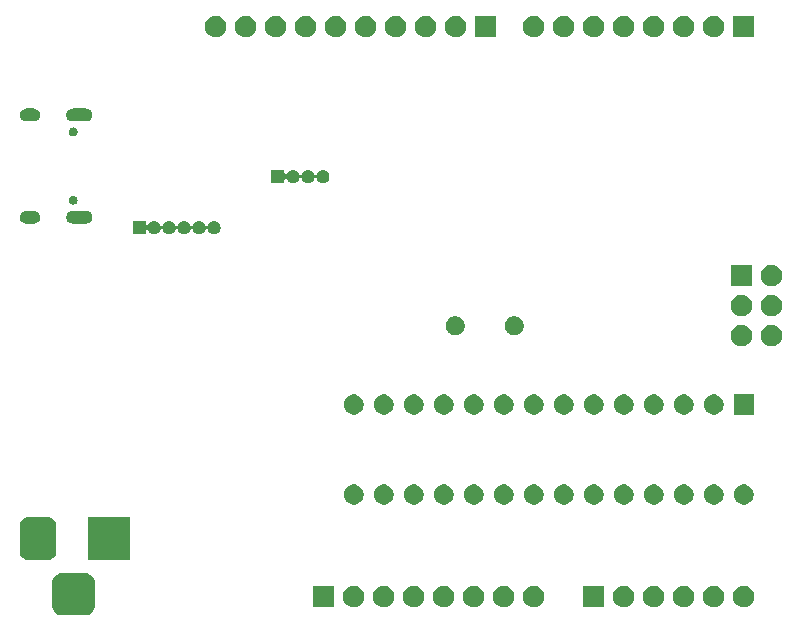
<source format=gbr>
G04 #@! TF.GenerationSoftware,KiCad,Pcbnew,(5.1.5)-3*
G04 #@! TF.CreationDate,2020-05-07T19:53:48+04:00*
G04 #@! TF.ProjectId,stormduino Rev2,73746f72-6d64-4756-996e-6f2052657632,rev?*
G04 #@! TF.SameCoordinates,Original*
G04 #@! TF.FileFunction,Soldermask,Bot*
G04 #@! TF.FilePolarity,Negative*
%FSLAX46Y46*%
G04 Gerber Fmt 4.6, Leading zero omitted, Abs format (unit mm)*
G04 Created by KiCad (PCBNEW (5.1.5)-3) date 2020-05-07 19:53:48*
%MOMM*%
%LPD*%
G04 APERTURE LIST*
%ADD10C,0.100000*%
G04 APERTURE END LIST*
D10*
G36*
X117607966Y-94279495D02*
G01*
X117765060Y-94327149D01*
X117909831Y-94404531D01*
X118036728Y-94508672D01*
X118140869Y-94635569D01*
X118218251Y-94780340D01*
X118265905Y-94937434D01*
X118282600Y-95106940D01*
X118282600Y-97020660D01*
X118265905Y-97190166D01*
X118218251Y-97347260D01*
X118140869Y-97492031D01*
X118036728Y-97618928D01*
X117909831Y-97723069D01*
X117765060Y-97800451D01*
X117607966Y-97848105D01*
X117438460Y-97864800D01*
X115524740Y-97864800D01*
X115355234Y-97848105D01*
X115198140Y-97800451D01*
X115053369Y-97723069D01*
X114926472Y-97618928D01*
X114822331Y-97492031D01*
X114744949Y-97347260D01*
X114697295Y-97190166D01*
X114680600Y-97020660D01*
X114680600Y-95106940D01*
X114697295Y-94937434D01*
X114744949Y-94780340D01*
X114822331Y-94635569D01*
X114926472Y-94508672D01*
X115053369Y-94404531D01*
X115198140Y-94327149D01*
X115355234Y-94279495D01*
X115524740Y-94262800D01*
X117438460Y-94262800D01*
X117607966Y-94279495D01*
G37*
G36*
X161429000Y-97167000D02*
G01*
X159627000Y-97167000D01*
X159627000Y-95365000D01*
X161429000Y-95365000D01*
X161429000Y-97167000D01*
G37*
G36*
X138569000Y-97167000D02*
G01*
X136767000Y-97167000D01*
X136767000Y-95365000D01*
X138569000Y-95365000D01*
X138569000Y-97167000D01*
G37*
G36*
X140321512Y-95369927D02*
G01*
X140470812Y-95399624D01*
X140634784Y-95467544D01*
X140782354Y-95566147D01*
X140907853Y-95691646D01*
X141006456Y-95839216D01*
X141074376Y-96003188D01*
X141109000Y-96177259D01*
X141109000Y-96354741D01*
X141074376Y-96528812D01*
X141006456Y-96692784D01*
X140907853Y-96840354D01*
X140782354Y-96965853D01*
X140634784Y-97064456D01*
X140470812Y-97132376D01*
X140321512Y-97162073D01*
X140296742Y-97167000D01*
X140119258Y-97167000D01*
X140094488Y-97162073D01*
X139945188Y-97132376D01*
X139781216Y-97064456D01*
X139633646Y-96965853D01*
X139508147Y-96840354D01*
X139409544Y-96692784D01*
X139341624Y-96528812D01*
X139307000Y-96354741D01*
X139307000Y-96177259D01*
X139341624Y-96003188D01*
X139409544Y-95839216D01*
X139508147Y-95691646D01*
X139633646Y-95566147D01*
X139781216Y-95467544D01*
X139945188Y-95399624D01*
X140094488Y-95369927D01*
X140119258Y-95365000D01*
X140296742Y-95365000D01*
X140321512Y-95369927D01*
G37*
G36*
X142861512Y-95369927D02*
G01*
X143010812Y-95399624D01*
X143174784Y-95467544D01*
X143322354Y-95566147D01*
X143447853Y-95691646D01*
X143546456Y-95839216D01*
X143614376Y-96003188D01*
X143649000Y-96177259D01*
X143649000Y-96354741D01*
X143614376Y-96528812D01*
X143546456Y-96692784D01*
X143447853Y-96840354D01*
X143322354Y-96965853D01*
X143174784Y-97064456D01*
X143010812Y-97132376D01*
X142861512Y-97162073D01*
X142836742Y-97167000D01*
X142659258Y-97167000D01*
X142634488Y-97162073D01*
X142485188Y-97132376D01*
X142321216Y-97064456D01*
X142173646Y-96965853D01*
X142048147Y-96840354D01*
X141949544Y-96692784D01*
X141881624Y-96528812D01*
X141847000Y-96354741D01*
X141847000Y-96177259D01*
X141881624Y-96003188D01*
X141949544Y-95839216D01*
X142048147Y-95691646D01*
X142173646Y-95566147D01*
X142321216Y-95467544D01*
X142485188Y-95399624D01*
X142634488Y-95369927D01*
X142659258Y-95365000D01*
X142836742Y-95365000D01*
X142861512Y-95369927D01*
G37*
G36*
X145401512Y-95369927D02*
G01*
X145550812Y-95399624D01*
X145714784Y-95467544D01*
X145862354Y-95566147D01*
X145987853Y-95691646D01*
X146086456Y-95839216D01*
X146154376Y-96003188D01*
X146189000Y-96177259D01*
X146189000Y-96354741D01*
X146154376Y-96528812D01*
X146086456Y-96692784D01*
X145987853Y-96840354D01*
X145862354Y-96965853D01*
X145714784Y-97064456D01*
X145550812Y-97132376D01*
X145401512Y-97162073D01*
X145376742Y-97167000D01*
X145199258Y-97167000D01*
X145174488Y-97162073D01*
X145025188Y-97132376D01*
X144861216Y-97064456D01*
X144713646Y-96965853D01*
X144588147Y-96840354D01*
X144489544Y-96692784D01*
X144421624Y-96528812D01*
X144387000Y-96354741D01*
X144387000Y-96177259D01*
X144421624Y-96003188D01*
X144489544Y-95839216D01*
X144588147Y-95691646D01*
X144713646Y-95566147D01*
X144861216Y-95467544D01*
X145025188Y-95399624D01*
X145174488Y-95369927D01*
X145199258Y-95365000D01*
X145376742Y-95365000D01*
X145401512Y-95369927D01*
G37*
G36*
X147941512Y-95369927D02*
G01*
X148090812Y-95399624D01*
X148254784Y-95467544D01*
X148402354Y-95566147D01*
X148527853Y-95691646D01*
X148626456Y-95839216D01*
X148694376Y-96003188D01*
X148729000Y-96177259D01*
X148729000Y-96354741D01*
X148694376Y-96528812D01*
X148626456Y-96692784D01*
X148527853Y-96840354D01*
X148402354Y-96965853D01*
X148254784Y-97064456D01*
X148090812Y-97132376D01*
X147941512Y-97162073D01*
X147916742Y-97167000D01*
X147739258Y-97167000D01*
X147714488Y-97162073D01*
X147565188Y-97132376D01*
X147401216Y-97064456D01*
X147253646Y-96965853D01*
X147128147Y-96840354D01*
X147029544Y-96692784D01*
X146961624Y-96528812D01*
X146927000Y-96354741D01*
X146927000Y-96177259D01*
X146961624Y-96003188D01*
X147029544Y-95839216D01*
X147128147Y-95691646D01*
X147253646Y-95566147D01*
X147401216Y-95467544D01*
X147565188Y-95399624D01*
X147714488Y-95369927D01*
X147739258Y-95365000D01*
X147916742Y-95365000D01*
X147941512Y-95369927D01*
G37*
G36*
X150481512Y-95369927D02*
G01*
X150630812Y-95399624D01*
X150794784Y-95467544D01*
X150942354Y-95566147D01*
X151067853Y-95691646D01*
X151166456Y-95839216D01*
X151234376Y-96003188D01*
X151269000Y-96177259D01*
X151269000Y-96354741D01*
X151234376Y-96528812D01*
X151166456Y-96692784D01*
X151067853Y-96840354D01*
X150942354Y-96965853D01*
X150794784Y-97064456D01*
X150630812Y-97132376D01*
X150481512Y-97162073D01*
X150456742Y-97167000D01*
X150279258Y-97167000D01*
X150254488Y-97162073D01*
X150105188Y-97132376D01*
X149941216Y-97064456D01*
X149793646Y-96965853D01*
X149668147Y-96840354D01*
X149569544Y-96692784D01*
X149501624Y-96528812D01*
X149467000Y-96354741D01*
X149467000Y-96177259D01*
X149501624Y-96003188D01*
X149569544Y-95839216D01*
X149668147Y-95691646D01*
X149793646Y-95566147D01*
X149941216Y-95467544D01*
X150105188Y-95399624D01*
X150254488Y-95369927D01*
X150279258Y-95365000D01*
X150456742Y-95365000D01*
X150481512Y-95369927D01*
G37*
G36*
X155561512Y-95369927D02*
G01*
X155710812Y-95399624D01*
X155874784Y-95467544D01*
X156022354Y-95566147D01*
X156147853Y-95691646D01*
X156246456Y-95839216D01*
X156314376Y-96003188D01*
X156349000Y-96177259D01*
X156349000Y-96354741D01*
X156314376Y-96528812D01*
X156246456Y-96692784D01*
X156147853Y-96840354D01*
X156022354Y-96965853D01*
X155874784Y-97064456D01*
X155710812Y-97132376D01*
X155561512Y-97162073D01*
X155536742Y-97167000D01*
X155359258Y-97167000D01*
X155334488Y-97162073D01*
X155185188Y-97132376D01*
X155021216Y-97064456D01*
X154873646Y-96965853D01*
X154748147Y-96840354D01*
X154649544Y-96692784D01*
X154581624Y-96528812D01*
X154547000Y-96354741D01*
X154547000Y-96177259D01*
X154581624Y-96003188D01*
X154649544Y-95839216D01*
X154748147Y-95691646D01*
X154873646Y-95566147D01*
X155021216Y-95467544D01*
X155185188Y-95399624D01*
X155334488Y-95369927D01*
X155359258Y-95365000D01*
X155536742Y-95365000D01*
X155561512Y-95369927D01*
G37*
G36*
X173341512Y-95369927D02*
G01*
X173490812Y-95399624D01*
X173654784Y-95467544D01*
X173802354Y-95566147D01*
X173927853Y-95691646D01*
X174026456Y-95839216D01*
X174094376Y-96003188D01*
X174129000Y-96177259D01*
X174129000Y-96354741D01*
X174094376Y-96528812D01*
X174026456Y-96692784D01*
X173927853Y-96840354D01*
X173802354Y-96965853D01*
X173654784Y-97064456D01*
X173490812Y-97132376D01*
X173341512Y-97162073D01*
X173316742Y-97167000D01*
X173139258Y-97167000D01*
X173114488Y-97162073D01*
X172965188Y-97132376D01*
X172801216Y-97064456D01*
X172653646Y-96965853D01*
X172528147Y-96840354D01*
X172429544Y-96692784D01*
X172361624Y-96528812D01*
X172327000Y-96354741D01*
X172327000Y-96177259D01*
X172361624Y-96003188D01*
X172429544Y-95839216D01*
X172528147Y-95691646D01*
X172653646Y-95566147D01*
X172801216Y-95467544D01*
X172965188Y-95399624D01*
X173114488Y-95369927D01*
X173139258Y-95365000D01*
X173316742Y-95365000D01*
X173341512Y-95369927D01*
G37*
G36*
X170801512Y-95369927D02*
G01*
X170950812Y-95399624D01*
X171114784Y-95467544D01*
X171262354Y-95566147D01*
X171387853Y-95691646D01*
X171486456Y-95839216D01*
X171554376Y-96003188D01*
X171589000Y-96177259D01*
X171589000Y-96354741D01*
X171554376Y-96528812D01*
X171486456Y-96692784D01*
X171387853Y-96840354D01*
X171262354Y-96965853D01*
X171114784Y-97064456D01*
X170950812Y-97132376D01*
X170801512Y-97162073D01*
X170776742Y-97167000D01*
X170599258Y-97167000D01*
X170574488Y-97162073D01*
X170425188Y-97132376D01*
X170261216Y-97064456D01*
X170113646Y-96965853D01*
X169988147Y-96840354D01*
X169889544Y-96692784D01*
X169821624Y-96528812D01*
X169787000Y-96354741D01*
X169787000Y-96177259D01*
X169821624Y-96003188D01*
X169889544Y-95839216D01*
X169988147Y-95691646D01*
X170113646Y-95566147D01*
X170261216Y-95467544D01*
X170425188Y-95399624D01*
X170574488Y-95369927D01*
X170599258Y-95365000D01*
X170776742Y-95365000D01*
X170801512Y-95369927D01*
G37*
G36*
X168261512Y-95369927D02*
G01*
X168410812Y-95399624D01*
X168574784Y-95467544D01*
X168722354Y-95566147D01*
X168847853Y-95691646D01*
X168946456Y-95839216D01*
X169014376Y-96003188D01*
X169049000Y-96177259D01*
X169049000Y-96354741D01*
X169014376Y-96528812D01*
X168946456Y-96692784D01*
X168847853Y-96840354D01*
X168722354Y-96965853D01*
X168574784Y-97064456D01*
X168410812Y-97132376D01*
X168261512Y-97162073D01*
X168236742Y-97167000D01*
X168059258Y-97167000D01*
X168034488Y-97162073D01*
X167885188Y-97132376D01*
X167721216Y-97064456D01*
X167573646Y-96965853D01*
X167448147Y-96840354D01*
X167349544Y-96692784D01*
X167281624Y-96528812D01*
X167247000Y-96354741D01*
X167247000Y-96177259D01*
X167281624Y-96003188D01*
X167349544Y-95839216D01*
X167448147Y-95691646D01*
X167573646Y-95566147D01*
X167721216Y-95467544D01*
X167885188Y-95399624D01*
X168034488Y-95369927D01*
X168059258Y-95365000D01*
X168236742Y-95365000D01*
X168261512Y-95369927D01*
G37*
G36*
X165721512Y-95369927D02*
G01*
X165870812Y-95399624D01*
X166034784Y-95467544D01*
X166182354Y-95566147D01*
X166307853Y-95691646D01*
X166406456Y-95839216D01*
X166474376Y-96003188D01*
X166509000Y-96177259D01*
X166509000Y-96354741D01*
X166474376Y-96528812D01*
X166406456Y-96692784D01*
X166307853Y-96840354D01*
X166182354Y-96965853D01*
X166034784Y-97064456D01*
X165870812Y-97132376D01*
X165721512Y-97162073D01*
X165696742Y-97167000D01*
X165519258Y-97167000D01*
X165494488Y-97162073D01*
X165345188Y-97132376D01*
X165181216Y-97064456D01*
X165033646Y-96965853D01*
X164908147Y-96840354D01*
X164809544Y-96692784D01*
X164741624Y-96528812D01*
X164707000Y-96354741D01*
X164707000Y-96177259D01*
X164741624Y-96003188D01*
X164809544Y-95839216D01*
X164908147Y-95691646D01*
X165033646Y-95566147D01*
X165181216Y-95467544D01*
X165345188Y-95399624D01*
X165494488Y-95369927D01*
X165519258Y-95365000D01*
X165696742Y-95365000D01*
X165721512Y-95369927D01*
G37*
G36*
X163181512Y-95369927D02*
G01*
X163330812Y-95399624D01*
X163494784Y-95467544D01*
X163642354Y-95566147D01*
X163767853Y-95691646D01*
X163866456Y-95839216D01*
X163934376Y-96003188D01*
X163969000Y-96177259D01*
X163969000Y-96354741D01*
X163934376Y-96528812D01*
X163866456Y-96692784D01*
X163767853Y-96840354D01*
X163642354Y-96965853D01*
X163494784Y-97064456D01*
X163330812Y-97132376D01*
X163181512Y-97162073D01*
X163156742Y-97167000D01*
X162979258Y-97167000D01*
X162954488Y-97162073D01*
X162805188Y-97132376D01*
X162641216Y-97064456D01*
X162493646Y-96965853D01*
X162368147Y-96840354D01*
X162269544Y-96692784D01*
X162201624Y-96528812D01*
X162167000Y-96354741D01*
X162167000Y-96177259D01*
X162201624Y-96003188D01*
X162269544Y-95839216D01*
X162368147Y-95691646D01*
X162493646Y-95566147D01*
X162641216Y-95467544D01*
X162805188Y-95399624D01*
X162954488Y-95369927D01*
X162979258Y-95365000D01*
X163156742Y-95365000D01*
X163181512Y-95369927D01*
G37*
G36*
X153021512Y-95369927D02*
G01*
X153170812Y-95399624D01*
X153334784Y-95467544D01*
X153482354Y-95566147D01*
X153607853Y-95691646D01*
X153706456Y-95839216D01*
X153774376Y-96003188D01*
X153809000Y-96177259D01*
X153809000Y-96354741D01*
X153774376Y-96528812D01*
X153706456Y-96692784D01*
X153607853Y-96840354D01*
X153482354Y-96965853D01*
X153334784Y-97064456D01*
X153170812Y-97132376D01*
X153021512Y-97162073D01*
X152996742Y-97167000D01*
X152819258Y-97167000D01*
X152794488Y-97162073D01*
X152645188Y-97132376D01*
X152481216Y-97064456D01*
X152333646Y-96965853D01*
X152208147Y-96840354D01*
X152109544Y-96692784D01*
X152041624Y-96528812D01*
X152007000Y-96354741D01*
X152007000Y-96177259D01*
X152041624Y-96003188D01*
X152109544Y-95839216D01*
X152208147Y-95691646D01*
X152333646Y-95566147D01*
X152481216Y-95467544D01*
X152645188Y-95399624D01*
X152794488Y-95369927D01*
X152819258Y-95365000D01*
X152996742Y-95365000D01*
X153021512Y-95369927D01*
G37*
G36*
X114458579Y-89577093D02*
G01*
X114592225Y-89617634D01*
X114715384Y-89683464D01*
X114823340Y-89772060D01*
X114911936Y-89880016D01*
X114977766Y-90003175D01*
X115018307Y-90136821D01*
X115032600Y-90281940D01*
X115032600Y-92445660D01*
X115018307Y-92590779D01*
X114977766Y-92724425D01*
X114911936Y-92847584D01*
X114823340Y-92955540D01*
X114715384Y-93044136D01*
X114592225Y-93109966D01*
X114458579Y-93150507D01*
X114313460Y-93164800D01*
X112649740Y-93164800D01*
X112504621Y-93150507D01*
X112370975Y-93109966D01*
X112247816Y-93044136D01*
X112139860Y-92955540D01*
X112051264Y-92847584D01*
X111985434Y-92724425D01*
X111944893Y-92590779D01*
X111930600Y-92445660D01*
X111930600Y-90281940D01*
X111944893Y-90136821D01*
X111985434Y-90003175D01*
X112051264Y-89880016D01*
X112139860Y-89772060D01*
X112247816Y-89683464D01*
X112370975Y-89617634D01*
X112504621Y-89577093D01*
X112649740Y-89562800D01*
X114313460Y-89562800D01*
X114458579Y-89577093D01*
G37*
G36*
X121282600Y-93164800D02*
G01*
X117680600Y-93164800D01*
X117680600Y-89562800D01*
X121282600Y-89562800D01*
X121282600Y-93164800D01*
G37*
G36*
X168396228Y-86811703D02*
G01*
X168551100Y-86875853D01*
X168690481Y-86968985D01*
X168809015Y-87087519D01*
X168902147Y-87226900D01*
X168966297Y-87381772D01*
X168999000Y-87546184D01*
X168999000Y-87713816D01*
X168966297Y-87878228D01*
X168902147Y-88033100D01*
X168809015Y-88172481D01*
X168690481Y-88291015D01*
X168551100Y-88384147D01*
X168396228Y-88448297D01*
X168231816Y-88481000D01*
X168064184Y-88481000D01*
X167899772Y-88448297D01*
X167744900Y-88384147D01*
X167605519Y-88291015D01*
X167486985Y-88172481D01*
X167393853Y-88033100D01*
X167329703Y-87878228D01*
X167297000Y-87713816D01*
X167297000Y-87546184D01*
X167329703Y-87381772D01*
X167393853Y-87226900D01*
X167486985Y-87087519D01*
X167605519Y-86968985D01*
X167744900Y-86875853D01*
X167899772Y-86811703D01*
X168064184Y-86779000D01*
X168231816Y-86779000D01*
X168396228Y-86811703D01*
G37*
G36*
X173476228Y-86811703D02*
G01*
X173631100Y-86875853D01*
X173770481Y-86968985D01*
X173889015Y-87087519D01*
X173982147Y-87226900D01*
X174046297Y-87381772D01*
X174079000Y-87546184D01*
X174079000Y-87713816D01*
X174046297Y-87878228D01*
X173982147Y-88033100D01*
X173889015Y-88172481D01*
X173770481Y-88291015D01*
X173631100Y-88384147D01*
X173476228Y-88448297D01*
X173311816Y-88481000D01*
X173144184Y-88481000D01*
X172979772Y-88448297D01*
X172824900Y-88384147D01*
X172685519Y-88291015D01*
X172566985Y-88172481D01*
X172473853Y-88033100D01*
X172409703Y-87878228D01*
X172377000Y-87713816D01*
X172377000Y-87546184D01*
X172409703Y-87381772D01*
X172473853Y-87226900D01*
X172566985Y-87087519D01*
X172685519Y-86968985D01*
X172824900Y-86875853D01*
X172979772Y-86811703D01*
X173144184Y-86779000D01*
X173311816Y-86779000D01*
X173476228Y-86811703D01*
G37*
G36*
X170936228Y-86811703D02*
G01*
X171091100Y-86875853D01*
X171230481Y-86968985D01*
X171349015Y-87087519D01*
X171442147Y-87226900D01*
X171506297Y-87381772D01*
X171539000Y-87546184D01*
X171539000Y-87713816D01*
X171506297Y-87878228D01*
X171442147Y-88033100D01*
X171349015Y-88172481D01*
X171230481Y-88291015D01*
X171091100Y-88384147D01*
X170936228Y-88448297D01*
X170771816Y-88481000D01*
X170604184Y-88481000D01*
X170439772Y-88448297D01*
X170284900Y-88384147D01*
X170145519Y-88291015D01*
X170026985Y-88172481D01*
X169933853Y-88033100D01*
X169869703Y-87878228D01*
X169837000Y-87713816D01*
X169837000Y-87546184D01*
X169869703Y-87381772D01*
X169933853Y-87226900D01*
X170026985Y-87087519D01*
X170145519Y-86968985D01*
X170284900Y-86875853D01*
X170439772Y-86811703D01*
X170604184Y-86779000D01*
X170771816Y-86779000D01*
X170936228Y-86811703D01*
G37*
G36*
X165856228Y-86811703D02*
G01*
X166011100Y-86875853D01*
X166150481Y-86968985D01*
X166269015Y-87087519D01*
X166362147Y-87226900D01*
X166426297Y-87381772D01*
X166459000Y-87546184D01*
X166459000Y-87713816D01*
X166426297Y-87878228D01*
X166362147Y-88033100D01*
X166269015Y-88172481D01*
X166150481Y-88291015D01*
X166011100Y-88384147D01*
X165856228Y-88448297D01*
X165691816Y-88481000D01*
X165524184Y-88481000D01*
X165359772Y-88448297D01*
X165204900Y-88384147D01*
X165065519Y-88291015D01*
X164946985Y-88172481D01*
X164853853Y-88033100D01*
X164789703Y-87878228D01*
X164757000Y-87713816D01*
X164757000Y-87546184D01*
X164789703Y-87381772D01*
X164853853Y-87226900D01*
X164946985Y-87087519D01*
X165065519Y-86968985D01*
X165204900Y-86875853D01*
X165359772Y-86811703D01*
X165524184Y-86779000D01*
X165691816Y-86779000D01*
X165856228Y-86811703D01*
G37*
G36*
X163316228Y-86811703D02*
G01*
X163471100Y-86875853D01*
X163610481Y-86968985D01*
X163729015Y-87087519D01*
X163822147Y-87226900D01*
X163886297Y-87381772D01*
X163919000Y-87546184D01*
X163919000Y-87713816D01*
X163886297Y-87878228D01*
X163822147Y-88033100D01*
X163729015Y-88172481D01*
X163610481Y-88291015D01*
X163471100Y-88384147D01*
X163316228Y-88448297D01*
X163151816Y-88481000D01*
X162984184Y-88481000D01*
X162819772Y-88448297D01*
X162664900Y-88384147D01*
X162525519Y-88291015D01*
X162406985Y-88172481D01*
X162313853Y-88033100D01*
X162249703Y-87878228D01*
X162217000Y-87713816D01*
X162217000Y-87546184D01*
X162249703Y-87381772D01*
X162313853Y-87226900D01*
X162406985Y-87087519D01*
X162525519Y-86968985D01*
X162664900Y-86875853D01*
X162819772Y-86811703D01*
X162984184Y-86779000D01*
X163151816Y-86779000D01*
X163316228Y-86811703D01*
G37*
G36*
X158236228Y-86811703D02*
G01*
X158391100Y-86875853D01*
X158530481Y-86968985D01*
X158649015Y-87087519D01*
X158742147Y-87226900D01*
X158806297Y-87381772D01*
X158839000Y-87546184D01*
X158839000Y-87713816D01*
X158806297Y-87878228D01*
X158742147Y-88033100D01*
X158649015Y-88172481D01*
X158530481Y-88291015D01*
X158391100Y-88384147D01*
X158236228Y-88448297D01*
X158071816Y-88481000D01*
X157904184Y-88481000D01*
X157739772Y-88448297D01*
X157584900Y-88384147D01*
X157445519Y-88291015D01*
X157326985Y-88172481D01*
X157233853Y-88033100D01*
X157169703Y-87878228D01*
X157137000Y-87713816D01*
X157137000Y-87546184D01*
X157169703Y-87381772D01*
X157233853Y-87226900D01*
X157326985Y-87087519D01*
X157445519Y-86968985D01*
X157584900Y-86875853D01*
X157739772Y-86811703D01*
X157904184Y-86779000D01*
X158071816Y-86779000D01*
X158236228Y-86811703D01*
G37*
G36*
X155696228Y-86811703D02*
G01*
X155851100Y-86875853D01*
X155990481Y-86968985D01*
X156109015Y-87087519D01*
X156202147Y-87226900D01*
X156266297Y-87381772D01*
X156299000Y-87546184D01*
X156299000Y-87713816D01*
X156266297Y-87878228D01*
X156202147Y-88033100D01*
X156109015Y-88172481D01*
X155990481Y-88291015D01*
X155851100Y-88384147D01*
X155696228Y-88448297D01*
X155531816Y-88481000D01*
X155364184Y-88481000D01*
X155199772Y-88448297D01*
X155044900Y-88384147D01*
X154905519Y-88291015D01*
X154786985Y-88172481D01*
X154693853Y-88033100D01*
X154629703Y-87878228D01*
X154597000Y-87713816D01*
X154597000Y-87546184D01*
X154629703Y-87381772D01*
X154693853Y-87226900D01*
X154786985Y-87087519D01*
X154905519Y-86968985D01*
X155044900Y-86875853D01*
X155199772Y-86811703D01*
X155364184Y-86779000D01*
X155531816Y-86779000D01*
X155696228Y-86811703D01*
G37*
G36*
X150616228Y-86811703D02*
G01*
X150771100Y-86875853D01*
X150910481Y-86968985D01*
X151029015Y-87087519D01*
X151122147Y-87226900D01*
X151186297Y-87381772D01*
X151219000Y-87546184D01*
X151219000Y-87713816D01*
X151186297Y-87878228D01*
X151122147Y-88033100D01*
X151029015Y-88172481D01*
X150910481Y-88291015D01*
X150771100Y-88384147D01*
X150616228Y-88448297D01*
X150451816Y-88481000D01*
X150284184Y-88481000D01*
X150119772Y-88448297D01*
X149964900Y-88384147D01*
X149825519Y-88291015D01*
X149706985Y-88172481D01*
X149613853Y-88033100D01*
X149549703Y-87878228D01*
X149517000Y-87713816D01*
X149517000Y-87546184D01*
X149549703Y-87381772D01*
X149613853Y-87226900D01*
X149706985Y-87087519D01*
X149825519Y-86968985D01*
X149964900Y-86875853D01*
X150119772Y-86811703D01*
X150284184Y-86779000D01*
X150451816Y-86779000D01*
X150616228Y-86811703D01*
G37*
G36*
X148076228Y-86811703D02*
G01*
X148231100Y-86875853D01*
X148370481Y-86968985D01*
X148489015Y-87087519D01*
X148582147Y-87226900D01*
X148646297Y-87381772D01*
X148679000Y-87546184D01*
X148679000Y-87713816D01*
X148646297Y-87878228D01*
X148582147Y-88033100D01*
X148489015Y-88172481D01*
X148370481Y-88291015D01*
X148231100Y-88384147D01*
X148076228Y-88448297D01*
X147911816Y-88481000D01*
X147744184Y-88481000D01*
X147579772Y-88448297D01*
X147424900Y-88384147D01*
X147285519Y-88291015D01*
X147166985Y-88172481D01*
X147073853Y-88033100D01*
X147009703Y-87878228D01*
X146977000Y-87713816D01*
X146977000Y-87546184D01*
X147009703Y-87381772D01*
X147073853Y-87226900D01*
X147166985Y-87087519D01*
X147285519Y-86968985D01*
X147424900Y-86875853D01*
X147579772Y-86811703D01*
X147744184Y-86779000D01*
X147911816Y-86779000D01*
X148076228Y-86811703D01*
G37*
G36*
X145536228Y-86811703D02*
G01*
X145691100Y-86875853D01*
X145830481Y-86968985D01*
X145949015Y-87087519D01*
X146042147Y-87226900D01*
X146106297Y-87381772D01*
X146139000Y-87546184D01*
X146139000Y-87713816D01*
X146106297Y-87878228D01*
X146042147Y-88033100D01*
X145949015Y-88172481D01*
X145830481Y-88291015D01*
X145691100Y-88384147D01*
X145536228Y-88448297D01*
X145371816Y-88481000D01*
X145204184Y-88481000D01*
X145039772Y-88448297D01*
X144884900Y-88384147D01*
X144745519Y-88291015D01*
X144626985Y-88172481D01*
X144533853Y-88033100D01*
X144469703Y-87878228D01*
X144437000Y-87713816D01*
X144437000Y-87546184D01*
X144469703Y-87381772D01*
X144533853Y-87226900D01*
X144626985Y-87087519D01*
X144745519Y-86968985D01*
X144884900Y-86875853D01*
X145039772Y-86811703D01*
X145204184Y-86779000D01*
X145371816Y-86779000D01*
X145536228Y-86811703D01*
G37*
G36*
X142996228Y-86811703D02*
G01*
X143151100Y-86875853D01*
X143290481Y-86968985D01*
X143409015Y-87087519D01*
X143502147Y-87226900D01*
X143566297Y-87381772D01*
X143599000Y-87546184D01*
X143599000Y-87713816D01*
X143566297Y-87878228D01*
X143502147Y-88033100D01*
X143409015Y-88172481D01*
X143290481Y-88291015D01*
X143151100Y-88384147D01*
X142996228Y-88448297D01*
X142831816Y-88481000D01*
X142664184Y-88481000D01*
X142499772Y-88448297D01*
X142344900Y-88384147D01*
X142205519Y-88291015D01*
X142086985Y-88172481D01*
X141993853Y-88033100D01*
X141929703Y-87878228D01*
X141897000Y-87713816D01*
X141897000Y-87546184D01*
X141929703Y-87381772D01*
X141993853Y-87226900D01*
X142086985Y-87087519D01*
X142205519Y-86968985D01*
X142344900Y-86875853D01*
X142499772Y-86811703D01*
X142664184Y-86779000D01*
X142831816Y-86779000D01*
X142996228Y-86811703D01*
G37*
G36*
X140456228Y-86811703D02*
G01*
X140611100Y-86875853D01*
X140750481Y-86968985D01*
X140869015Y-87087519D01*
X140962147Y-87226900D01*
X141026297Y-87381772D01*
X141059000Y-87546184D01*
X141059000Y-87713816D01*
X141026297Y-87878228D01*
X140962147Y-88033100D01*
X140869015Y-88172481D01*
X140750481Y-88291015D01*
X140611100Y-88384147D01*
X140456228Y-88448297D01*
X140291816Y-88481000D01*
X140124184Y-88481000D01*
X139959772Y-88448297D01*
X139804900Y-88384147D01*
X139665519Y-88291015D01*
X139546985Y-88172481D01*
X139453853Y-88033100D01*
X139389703Y-87878228D01*
X139357000Y-87713816D01*
X139357000Y-87546184D01*
X139389703Y-87381772D01*
X139453853Y-87226900D01*
X139546985Y-87087519D01*
X139665519Y-86968985D01*
X139804900Y-86875853D01*
X139959772Y-86811703D01*
X140124184Y-86779000D01*
X140291816Y-86779000D01*
X140456228Y-86811703D01*
G37*
G36*
X160776228Y-86811703D02*
G01*
X160931100Y-86875853D01*
X161070481Y-86968985D01*
X161189015Y-87087519D01*
X161282147Y-87226900D01*
X161346297Y-87381772D01*
X161379000Y-87546184D01*
X161379000Y-87713816D01*
X161346297Y-87878228D01*
X161282147Y-88033100D01*
X161189015Y-88172481D01*
X161070481Y-88291015D01*
X160931100Y-88384147D01*
X160776228Y-88448297D01*
X160611816Y-88481000D01*
X160444184Y-88481000D01*
X160279772Y-88448297D01*
X160124900Y-88384147D01*
X159985519Y-88291015D01*
X159866985Y-88172481D01*
X159773853Y-88033100D01*
X159709703Y-87878228D01*
X159677000Y-87713816D01*
X159677000Y-87546184D01*
X159709703Y-87381772D01*
X159773853Y-87226900D01*
X159866985Y-87087519D01*
X159985519Y-86968985D01*
X160124900Y-86875853D01*
X160279772Y-86811703D01*
X160444184Y-86779000D01*
X160611816Y-86779000D01*
X160776228Y-86811703D01*
G37*
G36*
X153156228Y-86811703D02*
G01*
X153311100Y-86875853D01*
X153450481Y-86968985D01*
X153569015Y-87087519D01*
X153662147Y-87226900D01*
X153726297Y-87381772D01*
X153759000Y-87546184D01*
X153759000Y-87713816D01*
X153726297Y-87878228D01*
X153662147Y-88033100D01*
X153569015Y-88172481D01*
X153450481Y-88291015D01*
X153311100Y-88384147D01*
X153156228Y-88448297D01*
X152991816Y-88481000D01*
X152824184Y-88481000D01*
X152659772Y-88448297D01*
X152504900Y-88384147D01*
X152365519Y-88291015D01*
X152246985Y-88172481D01*
X152153853Y-88033100D01*
X152089703Y-87878228D01*
X152057000Y-87713816D01*
X152057000Y-87546184D01*
X152089703Y-87381772D01*
X152153853Y-87226900D01*
X152246985Y-87087519D01*
X152365519Y-86968985D01*
X152504900Y-86875853D01*
X152659772Y-86811703D01*
X152824184Y-86779000D01*
X152991816Y-86779000D01*
X153156228Y-86811703D01*
G37*
G36*
X158236228Y-79191703D02*
G01*
X158391100Y-79255853D01*
X158530481Y-79348985D01*
X158649015Y-79467519D01*
X158742147Y-79606900D01*
X158806297Y-79761772D01*
X158839000Y-79926184D01*
X158839000Y-80093816D01*
X158806297Y-80258228D01*
X158742147Y-80413100D01*
X158649015Y-80552481D01*
X158530481Y-80671015D01*
X158391100Y-80764147D01*
X158236228Y-80828297D01*
X158071816Y-80861000D01*
X157904184Y-80861000D01*
X157739772Y-80828297D01*
X157584900Y-80764147D01*
X157445519Y-80671015D01*
X157326985Y-80552481D01*
X157233853Y-80413100D01*
X157169703Y-80258228D01*
X157137000Y-80093816D01*
X157137000Y-79926184D01*
X157169703Y-79761772D01*
X157233853Y-79606900D01*
X157326985Y-79467519D01*
X157445519Y-79348985D01*
X157584900Y-79255853D01*
X157739772Y-79191703D01*
X157904184Y-79159000D01*
X158071816Y-79159000D01*
X158236228Y-79191703D01*
G37*
G36*
X174079000Y-80861000D02*
G01*
X172377000Y-80861000D01*
X172377000Y-79159000D01*
X174079000Y-79159000D01*
X174079000Y-80861000D01*
G37*
G36*
X170936228Y-79191703D02*
G01*
X171091100Y-79255853D01*
X171230481Y-79348985D01*
X171349015Y-79467519D01*
X171442147Y-79606900D01*
X171506297Y-79761772D01*
X171539000Y-79926184D01*
X171539000Y-80093816D01*
X171506297Y-80258228D01*
X171442147Y-80413100D01*
X171349015Y-80552481D01*
X171230481Y-80671015D01*
X171091100Y-80764147D01*
X170936228Y-80828297D01*
X170771816Y-80861000D01*
X170604184Y-80861000D01*
X170439772Y-80828297D01*
X170284900Y-80764147D01*
X170145519Y-80671015D01*
X170026985Y-80552481D01*
X169933853Y-80413100D01*
X169869703Y-80258228D01*
X169837000Y-80093816D01*
X169837000Y-79926184D01*
X169869703Y-79761772D01*
X169933853Y-79606900D01*
X170026985Y-79467519D01*
X170145519Y-79348985D01*
X170284900Y-79255853D01*
X170439772Y-79191703D01*
X170604184Y-79159000D01*
X170771816Y-79159000D01*
X170936228Y-79191703D01*
G37*
G36*
X168396228Y-79191703D02*
G01*
X168551100Y-79255853D01*
X168690481Y-79348985D01*
X168809015Y-79467519D01*
X168902147Y-79606900D01*
X168966297Y-79761772D01*
X168999000Y-79926184D01*
X168999000Y-80093816D01*
X168966297Y-80258228D01*
X168902147Y-80413100D01*
X168809015Y-80552481D01*
X168690481Y-80671015D01*
X168551100Y-80764147D01*
X168396228Y-80828297D01*
X168231816Y-80861000D01*
X168064184Y-80861000D01*
X167899772Y-80828297D01*
X167744900Y-80764147D01*
X167605519Y-80671015D01*
X167486985Y-80552481D01*
X167393853Y-80413100D01*
X167329703Y-80258228D01*
X167297000Y-80093816D01*
X167297000Y-79926184D01*
X167329703Y-79761772D01*
X167393853Y-79606900D01*
X167486985Y-79467519D01*
X167605519Y-79348985D01*
X167744900Y-79255853D01*
X167899772Y-79191703D01*
X168064184Y-79159000D01*
X168231816Y-79159000D01*
X168396228Y-79191703D01*
G37*
G36*
X165856228Y-79191703D02*
G01*
X166011100Y-79255853D01*
X166150481Y-79348985D01*
X166269015Y-79467519D01*
X166362147Y-79606900D01*
X166426297Y-79761772D01*
X166459000Y-79926184D01*
X166459000Y-80093816D01*
X166426297Y-80258228D01*
X166362147Y-80413100D01*
X166269015Y-80552481D01*
X166150481Y-80671015D01*
X166011100Y-80764147D01*
X165856228Y-80828297D01*
X165691816Y-80861000D01*
X165524184Y-80861000D01*
X165359772Y-80828297D01*
X165204900Y-80764147D01*
X165065519Y-80671015D01*
X164946985Y-80552481D01*
X164853853Y-80413100D01*
X164789703Y-80258228D01*
X164757000Y-80093816D01*
X164757000Y-79926184D01*
X164789703Y-79761772D01*
X164853853Y-79606900D01*
X164946985Y-79467519D01*
X165065519Y-79348985D01*
X165204900Y-79255853D01*
X165359772Y-79191703D01*
X165524184Y-79159000D01*
X165691816Y-79159000D01*
X165856228Y-79191703D01*
G37*
G36*
X163316228Y-79191703D02*
G01*
X163471100Y-79255853D01*
X163610481Y-79348985D01*
X163729015Y-79467519D01*
X163822147Y-79606900D01*
X163886297Y-79761772D01*
X163919000Y-79926184D01*
X163919000Y-80093816D01*
X163886297Y-80258228D01*
X163822147Y-80413100D01*
X163729015Y-80552481D01*
X163610481Y-80671015D01*
X163471100Y-80764147D01*
X163316228Y-80828297D01*
X163151816Y-80861000D01*
X162984184Y-80861000D01*
X162819772Y-80828297D01*
X162664900Y-80764147D01*
X162525519Y-80671015D01*
X162406985Y-80552481D01*
X162313853Y-80413100D01*
X162249703Y-80258228D01*
X162217000Y-80093816D01*
X162217000Y-79926184D01*
X162249703Y-79761772D01*
X162313853Y-79606900D01*
X162406985Y-79467519D01*
X162525519Y-79348985D01*
X162664900Y-79255853D01*
X162819772Y-79191703D01*
X162984184Y-79159000D01*
X163151816Y-79159000D01*
X163316228Y-79191703D01*
G37*
G36*
X140456228Y-79191703D02*
G01*
X140611100Y-79255853D01*
X140750481Y-79348985D01*
X140869015Y-79467519D01*
X140962147Y-79606900D01*
X141026297Y-79761772D01*
X141059000Y-79926184D01*
X141059000Y-80093816D01*
X141026297Y-80258228D01*
X140962147Y-80413100D01*
X140869015Y-80552481D01*
X140750481Y-80671015D01*
X140611100Y-80764147D01*
X140456228Y-80828297D01*
X140291816Y-80861000D01*
X140124184Y-80861000D01*
X139959772Y-80828297D01*
X139804900Y-80764147D01*
X139665519Y-80671015D01*
X139546985Y-80552481D01*
X139453853Y-80413100D01*
X139389703Y-80258228D01*
X139357000Y-80093816D01*
X139357000Y-79926184D01*
X139389703Y-79761772D01*
X139453853Y-79606900D01*
X139546985Y-79467519D01*
X139665519Y-79348985D01*
X139804900Y-79255853D01*
X139959772Y-79191703D01*
X140124184Y-79159000D01*
X140291816Y-79159000D01*
X140456228Y-79191703D01*
G37*
G36*
X160776228Y-79191703D02*
G01*
X160931100Y-79255853D01*
X161070481Y-79348985D01*
X161189015Y-79467519D01*
X161282147Y-79606900D01*
X161346297Y-79761772D01*
X161379000Y-79926184D01*
X161379000Y-80093816D01*
X161346297Y-80258228D01*
X161282147Y-80413100D01*
X161189015Y-80552481D01*
X161070481Y-80671015D01*
X160931100Y-80764147D01*
X160776228Y-80828297D01*
X160611816Y-80861000D01*
X160444184Y-80861000D01*
X160279772Y-80828297D01*
X160124900Y-80764147D01*
X159985519Y-80671015D01*
X159866985Y-80552481D01*
X159773853Y-80413100D01*
X159709703Y-80258228D01*
X159677000Y-80093816D01*
X159677000Y-79926184D01*
X159709703Y-79761772D01*
X159773853Y-79606900D01*
X159866985Y-79467519D01*
X159985519Y-79348985D01*
X160124900Y-79255853D01*
X160279772Y-79191703D01*
X160444184Y-79159000D01*
X160611816Y-79159000D01*
X160776228Y-79191703D01*
G37*
G36*
X142996228Y-79191703D02*
G01*
X143151100Y-79255853D01*
X143290481Y-79348985D01*
X143409015Y-79467519D01*
X143502147Y-79606900D01*
X143566297Y-79761772D01*
X143599000Y-79926184D01*
X143599000Y-80093816D01*
X143566297Y-80258228D01*
X143502147Y-80413100D01*
X143409015Y-80552481D01*
X143290481Y-80671015D01*
X143151100Y-80764147D01*
X142996228Y-80828297D01*
X142831816Y-80861000D01*
X142664184Y-80861000D01*
X142499772Y-80828297D01*
X142344900Y-80764147D01*
X142205519Y-80671015D01*
X142086985Y-80552481D01*
X141993853Y-80413100D01*
X141929703Y-80258228D01*
X141897000Y-80093816D01*
X141897000Y-79926184D01*
X141929703Y-79761772D01*
X141993853Y-79606900D01*
X142086985Y-79467519D01*
X142205519Y-79348985D01*
X142344900Y-79255853D01*
X142499772Y-79191703D01*
X142664184Y-79159000D01*
X142831816Y-79159000D01*
X142996228Y-79191703D01*
G37*
G36*
X145536228Y-79191703D02*
G01*
X145691100Y-79255853D01*
X145830481Y-79348985D01*
X145949015Y-79467519D01*
X146042147Y-79606900D01*
X146106297Y-79761772D01*
X146139000Y-79926184D01*
X146139000Y-80093816D01*
X146106297Y-80258228D01*
X146042147Y-80413100D01*
X145949015Y-80552481D01*
X145830481Y-80671015D01*
X145691100Y-80764147D01*
X145536228Y-80828297D01*
X145371816Y-80861000D01*
X145204184Y-80861000D01*
X145039772Y-80828297D01*
X144884900Y-80764147D01*
X144745519Y-80671015D01*
X144626985Y-80552481D01*
X144533853Y-80413100D01*
X144469703Y-80258228D01*
X144437000Y-80093816D01*
X144437000Y-79926184D01*
X144469703Y-79761772D01*
X144533853Y-79606900D01*
X144626985Y-79467519D01*
X144745519Y-79348985D01*
X144884900Y-79255853D01*
X145039772Y-79191703D01*
X145204184Y-79159000D01*
X145371816Y-79159000D01*
X145536228Y-79191703D01*
G37*
G36*
X155696228Y-79191703D02*
G01*
X155851100Y-79255853D01*
X155990481Y-79348985D01*
X156109015Y-79467519D01*
X156202147Y-79606900D01*
X156266297Y-79761772D01*
X156299000Y-79926184D01*
X156299000Y-80093816D01*
X156266297Y-80258228D01*
X156202147Y-80413100D01*
X156109015Y-80552481D01*
X155990481Y-80671015D01*
X155851100Y-80764147D01*
X155696228Y-80828297D01*
X155531816Y-80861000D01*
X155364184Y-80861000D01*
X155199772Y-80828297D01*
X155044900Y-80764147D01*
X154905519Y-80671015D01*
X154786985Y-80552481D01*
X154693853Y-80413100D01*
X154629703Y-80258228D01*
X154597000Y-80093816D01*
X154597000Y-79926184D01*
X154629703Y-79761772D01*
X154693853Y-79606900D01*
X154786985Y-79467519D01*
X154905519Y-79348985D01*
X155044900Y-79255853D01*
X155199772Y-79191703D01*
X155364184Y-79159000D01*
X155531816Y-79159000D01*
X155696228Y-79191703D01*
G37*
G36*
X148076228Y-79191703D02*
G01*
X148231100Y-79255853D01*
X148370481Y-79348985D01*
X148489015Y-79467519D01*
X148582147Y-79606900D01*
X148646297Y-79761772D01*
X148679000Y-79926184D01*
X148679000Y-80093816D01*
X148646297Y-80258228D01*
X148582147Y-80413100D01*
X148489015Y-80552481D01*
X148370481Y-80671015D01*
X148231100Y-80764147D01*
X148076228Y-80828297D01*
X147911816Y-80861000D01*
X147744184Y-80861000D01*
X147579772Y-80828297D01*
X147424900Y-80764147D01*
X147285519Y-80671015D01*
X147166985Y-80552481D01*
X147073853Y-80413100D01*
X147009703Y-80258228D01*
X146977000Y-80093816D01*
X146977000Y-79926184D01*
X147009703Y-79761772D01*
X147073853Y-79606900D01*
X147166985Y-79467519D01*
X147285519Y-79348985D01*
X147424900Y-79255853D01*
X147579772Y-79191703D01*
X147744184Y-79159000D01*
X147911816Y-79159000D01*
X148076228Y-79191703D01*
G37*
G36*
X153156228Y-79191703D02*
G01*
X153311100Y-79255853D01*
X153450481Y-79348985D01*
X153569015Y-79467519D01*
X153662147Y-79606900D01*
X153726297Y-79761772D01*
X153759000Y-79926184D01*
X153759000Y-80093816D01*
X153726297Y-80258228D01*
X153662147Y-80413100D01*
X153569015Y-80552481D01*
X153450481Y-80671015D01*
X153311100Y-80764147D01*
X153156228Y-80828297D01*
X152991816Y-80861000D01*
X152824184Y-80861000D01*
X152659772Y-80828297D01*
X152504900Y-80764147D01*
X152365519Y-80671015D01*
X152246985Y-80552481D01*
X152153853Y-80413100D01*
X152089703Y-80258228D01*
X152057000Y-80093816D01*
X152057000Y-79926184D01*
X152089703Y-79761772D01*
X152153853Y-79606900D01*
X152246985Y-79467519D01*
X152365519Y-79348985D01*
X152504900Y-79255853D01*
X152659772Y-79191703D01*
X152824184Y-79159000D01*
X152991816Y-79159000D01*
X153156228Y-79191703D01*
G37*
G36*
X150616228Y-79191703D02*
G01*
X150771100Y-79255853D01*
X150910481Y-79348985D01*
X151029015Y-79467519D01*
X151122147Y-79606900D01*
X151186297Y-79761772D01*
X151219000Y-79926184D01*
X151219000Y-80093816D01*
X151186297Y-80258228D01*
X151122147Y-80413100D01*
X151029015Y-80552481D01*
X150910481Y-80671015D01*
X150771100Y-80764147D01*
X150616228Y-80828297D01*
X150451816Y-80861000D01*
X150284184Y-80861000D01*
X150119772Y-80828297D01*
X149964900Y-80764147D01*
X149825519Y-80671015D01*
X149706985Y-80552481D01*
X149613853Y-80413100D01*
X149549703Y-80258228D01*
X149517000Y-80093816D01*
X149517000Y-79926184D01*
X149549703Y-79761772D01*
X149613853Y-79606900D01*
X149706985Y-79467519D01*
X149825519Y-79348985D01*
X149964900Y-79255853D01*
X150119772Y-79191703D01*
X150284184Y-79159000D01*
X150451816Y-79159000D01*
X150616228Y-79191703D01*
G37*
G36*
X175691012Y-73271927D02*
G01*
X175840312Y-73301624D01*
X176004284Y-73369544D01*
X176151854Y-73468147D01*
X176277353Y-73593646D01*
X176375956Y-73741216D01*
X176443876Y-73905188D01*
X176478500Y-74079259D01*
X176478500Y-74256741D01*
X176443876Y-74430812D01*
X176375956Y-74594784D01*
X176277353Y-74742354D01*
X176151854Y-74867853D01*
X176004284Y-74966456D01*
X175840312Y-75034376D01*
X175691012Y-75064073D01*
X175666242Y-75069000D01*
X175488758Y-75069000D01*
X175463988Y-75064073D01*
X175314688Y-75034376D01*
X175150716Y-74966456D01*
X175003146Y-74867853D01*
X174877647Y-74742354D01*
X174779044Y-74594784D01*
X174711124Y-74430812D01*
X174676500Y-74256741D01*
X174676500Y-74079259D01*
X174711124Y-73905188D01*
X174779044Y-73741216D01*
X174877647Y-73593646D01*
X175003146Y-73468147D01*
X175150716Y-73369544D01*
X175314688Y-73301624D01*
X175463988Y-73271927D01*
X175488758Y-73267000D01*
X175666242Y-73267000D01*
X175691012Y-73271927D01*
G37*
G36*
X173151012Y-73271927D02*
G01*
X173300312Y-73301624D01*
X173464284Y-73369544D01*
X173611854Y-73468147D01*
X173737353Y-73593646D01*
X173835956Y-73741216D01*
X173903876Y-73905188D01*
X173938500Y-74079259D01*
X173938500Y-74256741D01*
X173903876Y-74430812D01*
X173835956Y-74594784D01*
X173737353Y-74742354D01*
X173611854Y-74867853D01*
X173464284Y-74966456D01*
X173300312Y-75034376D01*
X173151012Y-75064073D01*
X173126242Y-75069000D01*
X172948758Y-75069000D01*
X172923988Y-75064073D01*
X172774688Y-75034376D01*
X172610716Y-74966456D01*
X172463146Y-74867853D01*
X172337647Y-74742354D01*
X172239044Y-74594784D01*
X172171124Y-74430812D01*
X172136500Y-74256741D01*
X172136500Y-74079259D01*
X172171124Y-73905188D01*
X172239044Y-73741216D01*
X172337647Y-73593646D01*
X172463146Y-73468147D01*
X172610716Y-73369544D01*
X172774688Y-73301624D01*
X172923988Y-73271927D01*
X172948758Y-73267000D01*
X173126242Y-73267000D01*
X173151012Y-73271927D01*
G37*
G36*
X149030642Y-72572281D02*
G01*
X149176414Y-72632662D01*
X149176416Y-72632663D01*
X149307608Y-72720322D01*
X149419178Y-72831892D01*
X149506837Y-72963084D01*
X149506838Y-72963086D01*
X149567219Y-73108858D01*
X149598000Y-73263607D01*
X149598000Y-73421393D01*
X149567219Y-73576142D01*
X149559968Y-73593647D01*
X149506837Y-73721916D01*
X149419178Y-73853108D01*
X149307608Y-73964678D01*
X149176416Y-74052337D01*
X149176415Y-74052338D01*
X149176414Y-74052338D01*
X149030642Y-74112719D01*
X148875893Y-74143500D01*
X148718107Y-74143500D01*
X148563358Y-74112719D01*
X148417586Y-74052338D01*
X148417585Y-74052338D01*
X148417584Y-74052337D01*
X148286392Y-73964678D01*
X148174822Y-73853108D01*
X148087163Y-73721916D01*
X148034032Y-73593647D01*
X148026781Y-73576142D01*
X147996000Y-73421393D01*
X147996000Y-73263607D01*
X148026781Y-73108858D01*
X148087162Y-72963086D01*
X148087163Y-72963084D01*
X148174822Y-72831892D01*
X148286392Y-72720322D01*
X148417584Y-72632663D01*
X148417586Y-72632662D01*
X148563358Y-72572281D01*
X148718107Y-72541500D01*
X148875893Y-72541500D01*
X149030642Y-72572281D01*
G37*
G36*
X154030642Y-72572281D02*
G01*
X154176414Y-72632662D01*
X154176416Y-72632663D01*
X154307608Y-72720322D01*
X154419178Y-72831892D01*
X154506837Y-72963084D01*
X154506838Y-72963086D01*
X154567219Y-73108858D01*
X154598000Y-73263607D01*
X154598000Y-73421393D01*
X154567219Y-73576142D01*
X154559968Y-73593647D01*
X154506837Y-73721916D01*
X154419178Y-73853108D01*
X154307608Y-73964678D01*
X154176416Y-74052337D01*
X154176415Y-74052338D01*
X154176414Y-74052338D01*
X154030642Y-74112719D01*
X153875893Y-74143500D01*
X153718107Y-74143500D01*
X153563358Y-74112719D01*
X153417586Y-74052338D01*
X153417585Y-74052338D01*
X153417584Y-74052337D01*
X153286392Y-73964678D01*
X153174822Y-73853108D01*
X153087163Y-73721916D01*
X153034032Y-73593647D01*
X153026781Y-73576142D01*
X152996000Y-73421393D01*
X152996000Y-73263607D01*
X153026781Y-73108858D01*
X153087162Y-72963086D01*
X153087163Y-72963084D01*
X153174822Y-72831892D01*
X153286392Y-72720322D01*
X153417584Y-72632663D01*
X153417586Y-72632662D01*
X153563358Y-72572281D01*
X153718107Y-72541500D01*
X153875893Y-72541500D01*
X154030642Y-72572281D01*
G37*
G36*
X175691012Y-70731927D02*
G01*
X175840312Y-70761624D01*
X176004284Y-70829544D01*
X176151854Y-70928147D01*
X176277353Y-71053646D01*
X176375956Y-71201216D01*
X176443876Y-71365188D01*
X176478500Y-71539259D01*
X176478500Y-71716741D01*
X176443876Y-71890812D01*
X176375956Y-72054784D01*
X176277353Y-72202354D01*
X176151854Y-72327853D01*
X176004284Y-72426456D01*
X175840312Y-72494376D01*
X175691012Y-72524073D01*
X175666242Y-72529000D01*
X175488758Y-72529000D01*
X175463988Y-72524073D01*
X175314688Y-72494376D01*
X175150716Y-72426456D01*
X175003146Y-72327853D01*
X174877647Y-72202354D01*
X174779044Y-72054784D01*
X174711124Y-71890812D01*
X174676500Y-71716741D01*
X174676500Y-71539259D01*
X174711124Y-71365188D01*
X174779044Y-71201216D01*
X174877647Y-71053646D01*
X175003146Y-70928147D01*
X175150716Y-70829544D01*
X175314688Y-70761624D01*
X175463988Y-70731927D01*
X175488758Y-70727000D01*
X175666242Y-70727000D01*
X175691012Y-70731927D01*
G37*
G36*
X173151012Y-70731927D02*
G01*
X173300312Y-70761624D01*
X173464284Y-70829544D01*
X173611854Y-70928147D01*
X173737353Y-71053646D01*
X173835956Y-71201216D01*
X173903876Y-71365188D01*
X173938500Y-71539259D01*
X173938500Y-71716741D01*
X173903876Y-71890812D01*
X173835956Y-72054784D01*
X173737353Y-72202354D01*
X173611854Y-72327853D01*
X173464284Y-72426456D01*
X173300312Y-72494376D01*
X173151012Y-72524073D01*
X173126242Y-72529000D01*
X172948758Y-72529000D01*
X172923988Y-72524073D01*
X172774688Y-72494376D01*
X172610716Y-72426456D01*
X172463146Y-72327853D01*
X172337647Y-72202354D01*
X172239044Y-72054784D01*
X172171124Y-71890812D01*
X172136500Y-71716741D01*
X172136500Y-71539259D01*
X172171124Y-71365188D01*
X172239044Y-71201216D01*
X172337647Y-71053646D01*
X172463146Y-70928147D01*
X172610716Y-70829544D01*
X172774688Y-70761624D01*
X172923988Y-70731927D01*
X172948758Y-70727000D01*
X173126242Y-70727000D01*
X173151012Y-70731927D01*
G37*
G36*
X175691012Y-68191927D02*
G01*
X175840312Y-68221624D01*
X176004284Y-68289544D01*
X176151854Y-68388147D01*
X176277353Y-68513646D01*
X176375956Y-68661216D01*
X176443876Y-68825188D01*
X176478500Y-68999259D01*
X176478500Y-69176741D01*
X176443876Y-69350812D01*
X176375956Y-69514784D01*
X176277353Y-69662354D01*
X176151854Y-69787853D01*
X176004284Y-69886456D01*
X175840312Y-69954376D01*
X175691012Y-69984073D01*
X175666242Y-69989000D01*
X175488758Y-69989000D01*
X175463988Y-69984073D01*
X175314688Y-69954376D01*
X175150716Y-69886456D01*
X175003146Y-69787853D01*
X174877647Y-69662354D01*
X174779044Y-69514784D01*
X174711124Y-69350812D01*
X174676500Y-69176741D01*
X174676500Y-68999259D01*
X174711124Y-68825188D01*
X174779044Y-68661216D01*
X174877647Y-68513646D01*
X175003146Y-68388147D01*
X175150716Y-68289544D01*
X175314688Y-68221624D01*
X175463988Y-68191927D01*
X175488758Y-68187000D01*
X175666242Y-68187000D01*
X175691012Y-68191927D01*
G37*
G36*
X173938500Y-69989000D02*
G01*
X172136500Y-69989000D01*
X172136500Y-68187000D01*
X173938500Y-68187000D01*
X173938500Y-69989000D01*
G37*
G36*
X122603080Y-64698758D02*
G01*
X122605482Y-64723144D01*
X122612595Y-64746593D01*
X122624146Y-64768204D01*
X122639691Y-64787146D01*
X122658633Y-64802691D01*
X122680244Y-64814242D01*
X122703693Y-64821355D01*
X122728079Y-64823757D01*
X122752465Y-64821355D01*
X122775914Y-64814242D01*
X122797525Y-64802691D01*
X122816467Y-64787146D01*
X122832012Y-64768204D01*
X122894089Y-64675300D01*
X122894090Y-64675298D01*
X122970838Y-64598550D01*
X123061084Y-64538250D01*
X123061085Y-64538249D01*
X123161359Y-64496714D01*
X123267810Y-64475540D01*
X123376350Y-64475540D01*
X123482801Y-64496714D01*
X123583075Y-64538249D01*
X123583076Y-64538250D01*
X123673322Y-64598550D01*
X123750070Y-64675298D01*
X123758557Y-64688000D01*
X123810371Y-64765545D01*
X123841596Y-64840929D01*
X123853147Y-64862540D01*
X123868692Y-64881481D01*
X123887634Y-64897027D01*
X123909245Y-64908578D01*
X123932694Y-64915691D01*
X123957080Y-64918093D01*
X123981466Y-64915691D01*
X124004915Y-64908578D01*
X124026526Y-64897027D01*
X124045467Y-64881482D01*
X124061013Y-64862540D01*
X124072564Y-64840929D01*
X124103789Y-64765545D01*
X124155603Y-64688000D01*
X124164090Y-64675298D01*
X124240838Y-64598550D01*
X124331084Y-64538250D01*
X124331085Y-64538249D01*
X124431359Y-64496714D01*
X124537810Y-64475540D01*
X124646350Y-64475540D01*
X124752801Y-64496714D01*
X124853075Y-64538249D01*
X124853076Y-64538250D01*
X124943322Y-64598550D01*
X125020070Y-64675298D01*
X125028557Y-64688000D01*
X125080371Y-64765545D01*
X125111596Y-64840929D01*
X125123147Y-64862540D01*
X125138692Y-64881481D01*
X125157634Y-64897027D01*
X125179245Y-64908578D01*
X125202694Y-64915691D01*
X125227080Y-64918093D01*
X125251466Y-64915691D01*
X125274915Y-64908578D01*
X125296526Y-64897027D01*
X125315467Y-64881482D01*
X125331013Y-64862540D01*
X125342564Y-64840929D01*
X125373789Y-64765545D01*
X125425603Y-64688000D01*
X125434090Y-64675298D01*
X125510838Y-64598550D01*
X125601084Y-64538250D01*
X125601085Y-64538249D01*
X125701359Y-64496714D01*
X125807810Y-64475540D01*
X125916350Y-64475540D01*
X126022801Y-64496714D01*
X126123075Y-64538249D01*
X126123076Y-64538250D01*
X126213322Y-64598550D01*
X126290070Y-64675298D01*
X126298557Y-64688000D01*
X126350371Y-64765545D01*
X126381596Y-64840929D01*
X126393147Y-64862540D01*
X126408692Y-64881481D01*
X126427634Y-64897027D01*
X126449245Y-64908578D01*
X126472694Y-64915691D01*
X126497080Y-64918093D01*
X126521466Y-64915691D01*
X126544915Y-64908578D01*
X126566526Y-64897027D01*
X126585467Y-64881482D01*
X126601013Y-64862540D01*
X126612564Y-64840929D01*
X126643789Y-64765545D01*
X126695603Y-64688000D01*
X126704090Y-64675298D01*
X126780838Y-64598550D01*
X126871084Y-64538250D01*
X126871085Y-64538249D01*
X126971359Y-64496714D01*
X127077810Y-64475540D01*
X127186350Y-64475540D01*
X127292801Y-64496714D01*
X127393075Y-64538249D01*
X127393076Y-64538250D01*
X127483322Y-64598550D01*
X127560070Y-64675298D01*
X127568557Y-64688000D01*
X127620371Y-64765545D01*
X127651596Y-64840929D01*
X127663147Y-64862540D01*
X127678692Y-64881481D01*
X127697634Y-64897027D01*
X127719245Y-64908578D01*
X127742694Y-64915691D01*
X127767080Y-64918093D01*
X127791466Y-64915691D01*
X127814915Y-64908578D01*
X127836526Y-64897027D01*
X127855467Y-64881482D01*
X127871013Y-64862540D01*
X127882564Y-64840929D01*
X127913789Y-64765545D01*
X127965603Y-64688000D01*
X127974090Y-64675298D01*
X128050838Y-64598550D01*
X128141084Y-64538250D01*
X128141085Y-64538249D01*
X128241359Y-64496714D01*
X128347810Y-64475540D01*
X128456350Y-64475540D01*
X128562801Y-64496714D01*
X128663075Y-64538249D01*
X128663076Y-64538250D01*
X128753322Y-64598550D01*
X128830070Y-64675298D01*
X128838557Y-64688000D01*
X128890371Y-64765545D01*
X128931906Y-64865819D01*
X128953080Y-64972270D01*
X128953080Y-65080810D01*
X128931906Y-65187261D01*
X128890371Y-65287535D01*
X128890370Y-65287536D01*
X128830070Y-65377782D01*
X128753322Y-65454530D01*
X128707892Y-65484885D01*
X128663075Y-65514831D01*
X128562801Y-65556366D01*
X128456350Y-65577540D01*
X128347810Y-65577540D01*
X128241359Y-65556366D01*
X128141085Y-65514831D01*
X128096268Y-65484885D01*
X128050838Y-65454530D01*
X127974090Y-65377782D01*
X127913790Y-65287536D01*
X127913789Y-65287535D01*
X127882564Y-65212151D01*
X127871013Y-65190540D01*
X127855468Y-65171599D01*
X127836526Y-65156053D01*
X127814915Y-65144502D01*
X127791466Y-65137389D01*
X127767080Y-65134987D01*
X127742694Y-65137389D01*
X127719245Y-65144502D01*
X127697634Y-65156053D01*
X127678693Y-65171598D01*
X127663147Y-65190540D01*
X127651596Y-65212151D01*
X127620371Y-65287535D01*
X127620370Y-65287536D01*
X127560070Y-65377782D01*
X127483322Y-65454530D01*
X127437892Y-65484885D01*
X127393075Y-65514831D01*
X127292801Y-65556366D01*
X127186350Y-65577540D01*
X127077810Y-65577540D01*
X126971359Y-65556366D01*
X126871085Y-65514831D01*
X126826268Y-65484885D01*
X126780838Y-65454530D01*
X126704090Y-65377782D01*
X126643790Y-65287536D01*
X126643789Y-65287535D01*
X126612564Y-65212151D01*
X126601013Y-65190540D01*
X126585468Y-65171599D01*
X126566526Y-65156053D01*
X126544915Y-65144502D01*
X126521466Y-65137389D01*
X126497080Y-65134987D01*
X126472694Y-65137389D01*
X126449245Y-65144502D01*
X126427634Y-65156053D01*
X126408693Y-65171598D01*
X126393147Y-65190540D01*
X126381596Y-65212151D01*
X126350371Y-65287535D01*
X126350370Y-65287536D01*
X126290070Y-65377782D01*
X126213322Y-65454530D01*
X126167892Y-65484885D01*
X126123075Y-65514831D01*
X126022801Y-65556366D01*
X125916350Y-65577540D01*
X125807810Y-65577540D01*
X125701359Y-65556366D01*
X125601085Y-65514831D01*
X125556268Y-65484885D01*
X125510838Y-65454530D01*
X125434090Y-65377782D01*
X125373790Y-65287536D01*
X125373789Y-65287535D01*
X125342564Y-65212151D01*
X125331013Y-65190540D01*
X125315468Y-65171599D01*
X125296526Y-65156053D01*
X125274915Y-65144502D01*
X125251466Y-65137389D01*
X125227080Y-65134987D01*
X125202694Y-65137389D01*
X125179245Y-65144502D01*
X125157634Y-65156053D01*
X125138693Y-65171598D01*
X125123147Y-65190540D01*
X125111596Y-65212151D01*
X125080371Y-65287535D01*
X125080370Y-65287536D01*
X125020070Y-65377782D01*
X124943322Y-65454530D01*
X124897892Y-65484885D01*
X124853075Y-65514831D01*
X124752801Y-65556366D01*
X124646350Y-65577540D01*
X124537810Y-65577540D01*
X124431359Y-65556366D01*
X124331085Y-65514831D01*
X124286268Y-65484885D01*
X124240838Y-65454530D01*
X124164090Y-65377782D01*
X124103790Y-65287536D01*
X124103789Y-65287535D01*
X124072564Y-65212151D01*
X124061013Y-65190540D01*
X124045468Y-65171599D01*
X124026526Y-65156053D01*
X124004915Y-65144502D01*
X123981466Y-65137389D01*
X123957080Y-65134987D01*
X123932694Y-65137389D01*
X123909245Y-65144502D01*
X123887634Y-65156053D01*
X123868693Y-65171598D01*
X123853147Y-65190540D01*
X123841596Y-65212151D01*
X123810371Y-65287535D01*
X123810370Y-65287536D01*
X123750070Y-65377782D01*
X123673322Y-65454530D01*
X123627892Y-65484885D01*
X123583075Y-65514831D01*
X123482801Y-65556366D01*
X123376350Y-65577540D01*
X123267810Y-65577540D01*
X123161359Y-65556366D01*
X123061085Y-65514831D01*
X123016268Y-65484885D01*
X122970838Y-65454530D01*
X122894090Y-65377782D01*
X122873092Y-65346356D01*
X122832012Y-65284876D01*
X122816466Y-65265934D01*
X122797524Y-65250389D01*
X122775913Y-65238838D01*
X122752465Y-65231725D01*
X122728078Y-65229323D01*
X122703692Y-65231725D01*
X122680243Y-65238838D01*
X122658633Y-65250389D01*
X122639691Y-65265935D01*
X122624146Y-65284877D01*
X122612595Y-65306488D01*
X122605482Y-65329936D01*
X122603080Y-65354322D01*
X122603080Y-65577540D01*
X121501080Y-65577540D01*
X121501080Y-64475540D01*
X122603080Y-64475540D01*
X122603080Y-64698758D01*
G37*
G36*
X113213515Y-63593973D02*
G01*
X113317379Y-63625479D01*
X113344555Y-63640005D01*
X113413100Y-63676643D01*
X113497001Y-63745499D01*
X113565857Y-63829400D01*
X113602495Y-63897945D01*
X113617021Y-63925121D01*
X113648527Y-64028985D01*
X113659166Y-64137000D01*
X113648527Y-64245015D01*
X113617021Y-64348879D01*
X113617019Y-64348882D01*
X113565857Y-64444600D01*
X113497001Y-64528501D01*
X113413100Y-64597357D01*
X113344555Y-64633995D01*
X113317379Y-64648521D01*
X113213515Y-64680027D01*
X113132567Y-64688000D01*
X112478433Y-64688000D01*
X112397485Y-64680027D01*
X112293621Y-64648521D01*
X112266445Y-64633995D01*
X112197900Y-64597357D01*
X112113999Y-64528501D01*
X112045143Y-64444600D01*
X111993981Y-64348882D01*
X111993979Y-64348879D01*
X111962473Y-64245015D01*
X111951834Y-64137000D01*
X111962473Y-64028985D01*
X111993979Y-63925121D01*
X112008505Y-63897945D01*
X112045143Y-63829400D01*
X112113999Y-63745499D01*
X112197900Y-63676643D01*
X112266445Y-63640005D01*
X112293621Y-63625479D01*
X112397485Y-63593973D01*
X112478433Y-63586000D01*
X113132567Y-63586000D01*
X113213515Y-63593973D01*
G37*
G36*
X117643515Y-63593973D02*
G01*
X117747379Y-63625479D01*
X117774555Y-63640005D01*
X117843100Y-63676643D01*
X117927001Y-63745499D01*
X117995857Y-63829400D01*
X118032495Y-63897945D01*
X118047021Y-63925121D01*
X118078527Y-64028985D01*
X118089166Y-64137000D01*
X118078527Y-64245015D01*
X118047021Y-64348879D01*
X118047019Y-64348882D01*
X117995857Y-64444600D01*
X117927001Y-64528501D01*
X117843100Y-64597357D01*
X117774555Y-64633995D01*
X117747379Y-64648521D01*
X117643515Y-64680027D01*
X117562567Y-64688000D01*
X116408433Y-64688000D01*
X116327485Y-64680027D01*
X116223621Y-64648521D01*
X116196445Y-64633995D01*
X116127900Y-64597357D01*
X116043999Y-64528501D01*
X115975143Y-64444600D01*
X115923981Y-64348882D01*
X115923979Y-64348879D01*
X115892473Y-64245015D01*
X115881834Y-64137000D01*
X115892473Y-64028985D01*
X115923979Y-63925121D01*
X115938505Y-63897945D01*
X115975143Y-63829400D01*
X116043999Y-63745499D01*
X116127900Y-63676643D01*
X116196445Y-63640005D01*
X116223621Y-63625479D01*
X116327485Y-63593973D01*
X116408433Y-63586000D01*
X117562567Y-63586000D01*
X117643515Y-63593973D01*
G37*
G36*
X116565172Y-62345449D02*
G01*
X116565174Y-62345450D01*
X116565175Y-62345450D01*
X116633603Y-62373793D01*
X116695186Y-62414942D01*
X116747558Y-62467314D01*
X116788707Y-62528897D01*
X116817050Y-62597325D01*
X116831500Y-62669967D01*
X116831500Y-62744033D01*
X116817050Y-62816675D01*
X116788707Y-62885103D01*
X116747558Y-62946686D01*
X116695186Y-62999058D01*
X116633603Y-63040207D01*
X116565175Y-63068550D01*
X116565174Y-63068550D01*
X116565172Y-63068551D01*
X116492534Y-63083000D01*
X116418466Y-63083000D01*
X116345828Y-63068551D01*
X116345826Y-63068550D01*
X116345825Y-63068550D01*
X116277397Y-63040207D01*
X116215814Y-62999058D01*
X116163442Y-62946686D01*
X116122293Y-62885103D01*
X116093950Y-62816675D01*
X116079500Y-62744033D01*
X116079500Y-62669967D01*
X116093950Y-62597325D01*
X116122293Y-62528897D01*
X116163442Y-62467314D01*
X116215814Y-62414942D01*
X116277397Y-62373793D01*
X116345825Y-62345450D01*
X116345826Y-62345450D01*
X116345828Y-62345449D01*
X116418466Y-62331000D01*
X116492534Y-62331000D01*
X116565172Y-62345449D01*
G37*
G36*
X134345500Y-60378218D02*
G01*
X134347902Y-60402604D01*
X134355015Y-60426053D01*
X134366566Y-60447664D01*
X134382111Y-60466606D01*
X134401053Y-60482151D01*
X134422664Y-60493702D01*
X134446113Y-60500815D01*
X134470499Y-60503217D01*
X134494885Y-60500815D01*
X134518334Y-60493702D01*
X134539945Y-60482151D01*
X134558887Y-60466606D01*
X134574432Y-60447664D01*
X134636509Y-60354760D01*
X134636510Y-60354758D01*
X134713258Y-60278010D01*
X134803504Y-60217710D01*
X134803505Y-60217709D01*
X134903779Y-60176174D01*
X135010230Y-60155000D01*
X135118770Y-60155000D01*
X135225221Y-60176174D01*
X135325495Y-60217709D01*
X135325496Y-60217710D01*
X135415742Y-60278010D01*
X135492490Y-60354758D01*
X135492491Y-60354760D01*
X135552791Y-60445005D01*
X135584016Y-60520389D01*
X135595567Y-60542000D01*
X135611112Y-60560941D01*
X135630054Y-60576487D01*
X135651665Y-60588038D01*
X135675114Y-60595151D01*
X135699500Y-60597553D01*
X135723886Y-60595151D01*
X135747335Y-60588038D01*
X135768946Y-60576487D01*
X135787887Y-60560942D01*
X135803433Y-60542000D01*
X135814984Y-60520389D01*
X135846209Y-60445005D01*
X135906509Y-60354760D01*
X135906510Y-60354758D01*
X135983258Y-60278010D01*
X136073504Y-60217710D01*
X136073505Y-60217709D01*
X136173779Y-60176174D01*
X136280230Y-60155000D01*
X136388770Y-60155000D01*
X136495221Y-60176174D01*
X136595495Y-60217709D01*
X136595496Y-60217710D01*
X136685742Y-60278010D01*
X136762490Y-60354758D01*
X136762491Y-60354760D01*
X136822791Y-60445005D01*
X136854016Y-60520389D01*
X136865567Y-60542000D01*
X136881112Y-60560941D01*
X136900054Y-60576487D01*
X136921665Y-60588038D01*
X136945114Y-60595151D01*
X136969500Y-60597553D01*
X136993886Y-60595151D01*
X137017335Y-60588038D01*
X137038946Y-60576487D01*
X137057887Y-60560942D01*
X137073433Y-60542000D01*
X137084984Y-60520389D01*
X137116209Y-60445005D01*
X137176509Y-60354760D01*
X137176510Y-60354758D01*
X137253258Y-60278010D01*
X137343504Y-60217710D01*
X137343505Y-60217709D01*
X137443779Y-60176174D01*
X137550230Y-60155000D01*
X137658770Y-60155000D01*
X137765221Y-60176174D01*
X137865495Y-60217709D01*
X137865496Y-60217710D01*
X137955742Y-60278010D01*
X138032490Y-60354758D01*
X138032491Y-60354760D01*
X138092791Y-60445005D01*
X138134326Y-60545279D01*
X138155500Y-60651730D01*
X138155500Y-60760270D01*
X138134326Y-60866721D01*
X138092791Y-60966995D01*
X138092790Y-60966996D01*
X138032490Y-61057242D01*
X137955742Y-61133990D01*
X137910312Y-61164345D01*
X137865495Y-61194291D01*
X137765221Y-61235826D01*
X137658770Y-61257000D01*
X137550230Y-61257000D01*
X137443779Y-61235826D01*
X137343505Y-61194291D01*
X137298688Y-61164345D01*
X137253258Y-61133990D01*
X137176510Y-61057242D01*
X137116210Y-60966996D01*
X137116209Y-60966995D01*
X137084984Y-60891611D01*
X137073433Y-60870000D01*
X137057888Y-60851059D01*
X137038946Y-60835513D01*
X137017335Y-60823962D01*
X136993886Y-60816849D01*
X136969500Y-60814447D01*
X136945114Y-60816849D01*
X136921665Y-60823962D01*
X136900054Y-60835513D01*
X136881113Y-60851058D01*
X136865567Y-60870000D01*
X136854016Y-60891611D01*
X136822791Y-60966995D01*
X136822790Y-60966996D01*
X136762490Y-61057242D01*
X136685742Y-61133990D01*
X136640312Y-61164345D01*
X136595495Y-61194291D01*
X136495221Y-61235826D01*
X136388770Y-61257000D01*
X136280230Y-61257000D01*
X136173779Y-61235826D01*
X136073505Y-61194291D01*
X136028688Y-61164345D01*
X135983258Y-61133990D01*
X135906510Y-61057242D01*
X135846210Y-60966996D01*
X135846209Y-60966995D01*
X135814984Y-60891611D01*
X135803433Y-60870000D01*
X135787888Y-60851059D01*
X135768946Y-60835513D01*
X135747335Y-60823962D01*
X135723886Y-60816849D01*
X135699500Y-60814447D01*
X135675114Y-60816849D01*
X135651665Y-60823962D01*
X135630054Y-60835513D01*
X135611113Y-60851058D01*
X135595567Y-60870000D01*
X135584016Y-60891611D01*
X135552791Y-60966995D01*
X135552790Y-60966996D01*
X135492490Y-61057242D01*
X135415742Y-61133990D01*
X135370312Y-61164345D01*
X135325495Y-61194291D01*
X135225221Y-61235826D01*
X135118770Y-61257000D01*
X135010230Y-61257000D01*
X134903779Y-61235826D01*
X134803505Y-61194291D01*
X134758688Y-61164345D01*
X134713258Y-61133990D01*
X134636510Y-61057242D01*
X134615512Y-61025816D01*
X134574432Y-60964336D01*
X134558886Y-60945394D01*
X134539944Y-60929849D01*
X134518333Y-60918298D01*
X134494885Y-60911185D01*
X134470498Y-60908783D01*
X134446112Y-60911185D01*
X134422663Y-60918298D01*
X134401053Y-60929849D01*
X134382111Y-60945395D01*
X134366566Y-60964337D01*
X134355015Y-60985948D01*
X134347902Y-61009396D01*
X134345500Y-61033782D01*
X134345500Y-61257000D01*
X133243500Y-61257000D01*
X133243500Y-60155000D01*
X134345500Y-60155000D01*
X134345500Y-60378218D01*
G37*
G36*
X116565172Y-56565449D02*
G01*
X116565174Y-56565450D01*
X116565175Y-56565450D01*
X116633603Y-56593793D01*
X116695186Y-56634942D01*
X116747558Y-56687314D01*
X116788707Y-56748897D01*
X116817050Y-56817325D01*
X116831500Y-56889967D01*
X116831500Y-56964033D01*
X116817050Y-57036675D01*
X116788707Y-57105103D01*
X116747558Y-57166686D01*
X116695186Y-57219058D01*
X116633603Y-57260207D01*
X116565175Y-57288550D01*
X116565174Y-57288550D01*
X116565172Y-57288551D01*
X116492534Y-57303000D01*
X116418466Y-57303000D01*
X116345828Y-57288551D01*
X116345826Y-57288550D01*
X116345825Y-57288550D01*
X116277397Y-57260207D01*
X116215814Y-57219058D01*
X116163442Y-57166686D01*
X116122293Y-57105103D01*
X116093950Y-57036675D01*
X116079500Y-56964033D01*
X116079500Y-56889967D01*
X116093950Y-56817325D01*
X116122293Y-56748897D01*
X116163442Y-56687314D01*
X116215814Y-56634942D01*
X116277397Y-56593793D01*
X116345825Y-56565450D01*
X116345826Y-56565450D01*
X116345828Y-56565449D01*
X116418466Y-56551000D01*
X116492534Y-56551000D01*
X116565172Y-56565449D01*
G37*
G36*
X117643515Y-54953973D02*
G01*
X117747379Y-54985479D01*
X117774555Y-55000005D01*
X117843100Y-55036643D01*
X117927001Y-55105499D01*
X117995857Y-55189400D01*
X118032495Y-55257945D01*
X118047021Y-55285121D01*
X118078527Y-55388985D01*
X118089166Y-55497000D01*
X118078527Y-55605015D01*
X118047021Y-55708879D01*
X118047019Y-55708882D01*
X117995857Y-55804600D01*
X117927001Y-55888501D01*
X117843100Y-55957357D01*
X117774555Y-55993995D01*
X117747379Y-56008521D01*
X117643515Y-56040027D01*
X117562567Y-56048000D01*
X116408433Y-56048000D01*
X116327485Y-56040027D01*
X116223621Y-56008521D01*
X116196445Y-55993995D01*
X116127900Y-55957357D01*
X116043999Y-55888501D01*
X115975143Y-55804600D01*
X115923981Y-55708882D01*
X115923979Y-55708879D01*
X115892473Y-55605015D01*
X115881834Y-55497000D01*
X115892473Y-55388985D01*
X115923979Y-55285121D01*
X115938505Y-55257945D01*
X115975143Y-55189400D01*
X116043999Y-55105499D01*
X116127900Y-55036643D01*
X116196445Y-55000005D01*
X116223621Y-54985479D01*
X116327485Y-54953973D01*
X116408433Y-54946000D01*
X117562567Y-54946000D01*
X117643515Y-54953973D01*
G37*
G36*
X113213515Y-54953973D02*
G01*
X113317379Y-54985479D01*
X113344555Y-55000005D01*
X113413100Y-55036643D01*
X113497001Y-55105499D01*
X113565857Y-55189400D01*
X113602495Y-55257945D01*
X113617021Y-55285121D01*
X113648527Y-55388985D01*
X113659166Y-55497000D01*
X113648527Y-55605015D01*
X113617021Y-55708879D01*
X113617019Y-55708882D01*
X113565857Y-55804600D01*
X113497001Y-55888501D01*
X113413100Y-55957357D01*
X113344555Y-55993995D01*
X113317379Y-56008521D01*
X113213515Y-56040027D01*
X113132567Y-56048000D01*
X112478433Y-56048000D01*
X112397485Y-56040027D01*
X112293621Y-56008521D01*
X112266445Y-55993995D01*
X112197900Y-55957357D01*
X112113999Y-55888501D01*
X112045143Y-55804600D01*
X111993981Y-55708882D01*
X111993979Y-55708879D01*
X111962473Y-55605015D01*
X111951834Y-55497000D01*
X111962473Y-55388985D01*
X111993979Y-55285121D01*
X112008505Y-55257945D01*
X112045143Y-55189400D01*
X112113999Y-55105499D01*
X112197900Y-55036643D01*
X112266445Y-55000005D01*
X112293621Y-54985479D01*
X112397485Y-54953973D01*
X112478433Y-54946000D01*
X113132567Y-54946000D01*
X113213515Y-54953973D01*
G37*
G36*
X131177512Y-47109927D02*
G01*
X131326812Y-47139624D01*
X131490784Y-47207544D01*
X131638354Y-47306147D01*
X131763853Y-47431646D01*
X131862456Y-47579216D01*
X131930376Y-47743188D01*
X131965000Y-47917259D01*
X131965000Y-48094741D01*
X131930376Y-48268812D01*
X131862456Y-48432784D01*
X131763853Y-48580354D01*
X131638354Y-48705853D01*
X131490784Y-48804456D01*
X131326812Y-48872376D01*
X131177512Y-48902073D01*
X131152742Y-48907000D01*
X130975258Y-48907000D01*
X130950488Y-48902073D01*
X130801188Y-48872376D01*
X130637216Y-48804456D01*
X130489646Y-48705853D01*
X130364147Y-48580354D01*
X130265544Y-48432784D01*
X130197624Y-48268812D01*
X130163000Y-48094741D01*
X130163000Y-47917259D01*
X130197624Y-47743188D01*
X130265544Y-47579216D01*
X130364147Y-47431646D01*
X130489646Y-47306147D01*
X130637216Y-47207544D01*
X130801188Y-47139624D01*
X130950488Y-47109927D01*
X130975258Y-47105000D01*
X131152742Y-47105000D01*
X131177512Y-47109927D01*
G37*
G36*
X133717512Y-47109927D02*
G01*
X133866812Y-47139624D01*
X134030784Y-47207544D01*
X134178354Y-47306147D01*
X134303853Y-47431646D01*
X134402456Y-47579216D01*
X134470376Y-47743188D01*
X134505000Y-47917259D01*
X134505000Y-48094741D01*
X134470376Y-48268812D01*
X134402456Y-48432784D01*
X134303853Y-48580354D01*
X134178354Y-48705853D01*
X134030784Y-48804456D01*
X133866812Y-48872376D01*
X133717512Y-48902073D01*
X133692742Y-48907000D01*
X133515258Y-48907000D01*
X133490488Y-48902073D01*
X133341188Y-48872376D01*
X133177216Y-48804456D01*
X133029646Y-48705853D01*
X132904147Y-48580354D01*
X132805544Y-48432784D01*
X132737624Y-48268812D01*
X132703000Y-48094741D01*
X132703000Y-47917259D01*
X132737624Y-47743188D01*
X132805544Y-47579216D01*
X132904147Y-47431646D01*
X133029646Y-47306147D01*
X133177216Y-47207544D01*
X133341188Y-47139624D01*
X133490488Y-47109927D01*
X133515258Y-47105000D01*
X133692742Y-47105000D01*
X133717512Y-47109927D01*
G37*
G36*
X136257512Y-47109927D02*
G01*
X136406812Y-47139624D01*
X136570784Y-47207544D01*
X136718354Y-47306147D01*
X136843853Y-47431646D01*
X136942456Y-47579216D01*
X137010376Y-47743188D01*
X137045000Y-47917259D01*
X137045000Y-48094741D01*
X137010376Y-48268812D01*
X136942456Y-48432784D01*
X136843853Y-48580354D01*
X136718354Y-48705853D01*
X136570784Y-48804456D01*
X136406812Y-48872376D01*
X136257512Y-48902073D01*
X136232742Y-48907000D01*
X136055258Y-48907000D01*
X136030488Y-48902073D01*
X135881188Y-48872376D01*
X135717216Y-48804456D01*
X135569646Y-48705853D01*
X135444147Y-48580354D01*
X135345544Y-48432784D01*
X135277624Y-48268812D01*
X135243000Y-48094741D01*
X135243000Y-47917259D01*
X135277624Y-47743188D01*
X135345544Y-47579216D01*
X135444147Y-47431646D01*
X135569646Y-47306147D01*
X135717216Y-47207544D01*
X135881188Y-47139624D01*
X136030488Y-47109927D01*
X136055258Y-47105000D01*
X136232742Y-47105000D01*
X136257512Y-47109927D01*
G37*
G36*
X174129000Y-48907000D02*
G01*
X172327000Y-48907000D01*
X172327000Y-47105000D01*
X174129000Y-47105000D01*
X174129000Y-48907000D01*
G37*
G36*
X170801512Y-47109927D02*
G01*
X170950812Y-47139624D01*
X171114784Y-47207544D01*
X171262354Y-47306147D01*
X171387853Y-47431646D01*
X171486456Y-47579216D01*
X171554376Y-47743188D01*
X171589000Y-47917259D01*
X171589000Y-48094741D01*
X171554376Y-48268812D01*
X171486456Y-48432784D01*
X171387853Y-48580354D01*
X171262354Y-48705853D01*
X171114784Y-48804456D01*
X170950812Y-48872376D01*
X170801512Y-48902073D01*
X170776742Y-48907000D01*
X170599258Y-48907000D01*
X170574488Y-48902073D01*
X170425188Y-48872376D01*
X170261216Y-48804456D01*
X170113646Y-48705853D01*
X169988147Y-48580354D01*
X169889544Y-48432784D01*
X169821624Y-48268812D01*
X169787000Y-48094741D01*
X169787000Y-47917259D01*
X169821624Y-47743188D01*
X169889544Y-47579216D01*
X169988147Y-47431646D01*
X170113646Y-47306147D01*
X170261216Y-47207544D01*
X170425188Y-47139624D01*
X170574488Y-47109927D01*
X170599258Y-47105000D01*
X170776742Y-47105000D01*
X170801512Y-47109927D01*
G37*
G36*
X168261512Y-47109927D02*
G01*
X168410812Y-47139624D01*
X168574784Y-47207544D01*
X168722354Y-47306147D01*
X168847853Y-47431646D01*
X168946456Y-47579216D01*
X169014376Y-47743188D01*
X169049000Y-47917259D01*
X169049000Y-48094741D01*
X169014376Y-48268812D01*
X168946456Y-48432784D01*
X168847853Y-48580354D01*
X168722354Y-48705853D01*
X168574784Y-48804456D01*
X168410812Y-48872376D01*
X168261512Y-48902073D01*
X168236742Y-48907000D01*
X168059258Y-48907000D01*
X168034488Y-48902073D01*
X167885188Y-48872376D01*
X167721216Y-48804456D01*
X167573646Y-48705853D01*
X167448147Y-48580354D01*
X167349544Y-48432784D01*
X167281624Y-48268812D01*
X167247000Y-48094741D01*
X167247000Y-47917259D01*
X167281624Y-47743188D01*
X167349544Y-47579216D01*
X167448147Y-47431646D01*
X167573646Y-47306147D01*
X167721216Y-47207544D01*
X167885188Y-47139624D01*
X168034488Y-47109927D01*
X168059258Y-47105000D01*
X168236742Y-47105000D01*
X168261512Y-47109927D01*
G37*
G36*
X165721512Y-47109927D02*
G01*
X165870812Y-47139624D01*
X166034784Y-47207544D01*
X166182354Y-47306147D01*
X166307853Y-47431646D01*
X166406456Y-47579216D01*
X166474376Y-47743188D01*
X166509000Y-47917259D01*
X166509000Y-48094741D01*
X166474376Y-48268812D01*
X166406456Y-48432784D01*
X166307853Y-48580354D01*
X166182354Y-48705853D01*
X166034784Y-48804456D01*
X165870812Y-48872376D01*
X165721512Y-48902073D01*
X165696742Y-48907000D01*
X165519258Y-48907000D01*
X165494488Y-48902073D01*
X165345188Y-48872376D01*
X165181216Y-48804456D01*
X165033646Y-48705853D01*
X164908147Y-48580354D01*
X164809544Y-48432784D01*
X164741624Y-48268812D01*
X164707000Y-48094741D01*
X164707000Y-47917259D01*
X164741624Y-47743188D01*
X164809544Y-47579216D01*
X164908147Y-47431646D01*
X165033646Y-47306147D01*
X165181216Y-47207544D01*
X165345188Y-47139624D01*
X165494488Y-47109927D01*
X165519258Y-47105000D01*
X165696742Y-47105000D01*
X165721512Y-47109927D01*
G37*
G36*
X163181512Y-47109927D02*
G01*
X163330812Y-47139624D01*
X163494784Y-47207544D01*
X163642354Y-47306147D01*
X163767853Y-47431646D01*
X163866456Y-47579216D01*
X163934376Y-47743188D01*
X163969000Y-47917259D01*
X163969000Y-48094741D01*
X163934376Y-48268812D01*
X163866456Y-48432784D01*
X163767853Y-48580354D01*
X163642354Y-48705853D01*
X163494784Y-48804456D01*
X163330812Y-48872376D01*
X163181512Y-48902073D01*
X163156742Y-48907000D01*
X162979258Y-48907000D01*
X162954488Y-48902073D01*
X162805188Y-48872376D01*
X162641216Y-48804456D01*
X162493646Y-48705853D01*
X162368147Y-48580354D01*
X162269544Y-48432784D01*
X162201624Y-48268812D01*
X162167000Y-48094741D01*
X162167000Y-47917259D01*
X162201624Y-47743188D01*
X162269544Y-47579216D01*
X162368147Y-47431646D01*
X162493646Y-47306147D01*
X162641216Y-47207544D01*
X162805188Y-47139624D01*
X162954488Y-47109927D01*
X162979258Y-47105000D01*
X163156742Y-47105000D01*
X163181512Y-47109927D01*
G37*
G36*
X160641512Y-47109927D02*
G01*
X160790812Y-47139624D01*
X160954784Y-47207544D01*
X161102354Y-47306147D01*
X161227853Y-47431646D01*
X161326456Y-47579216D01*
X161394376Y-47743188D01*
X161429000Y-47917259D01*
X161429000Y-48094741D01*
X161394376Y-48268812D01*
X161326456Y-48432784D01*
X161227853Y-48580354D01*
X161102354Y-48705853D01*
X160954784Y-48804456D01*
X160790812Y-48872376D01*
X160641512Y-48902073D01*
X160616742Y-48907000D01*
X160439258Y-48907000D01*
X160414488Y-48902073D01*
X160265188Y-48872376D01*
X160101216Y-48804456D01*
X159953646Y-48705853D01*
X159828147Y-48580354D01*
X159729544Y-48432784D01*
X159661624Y-48268812D01*
X159627000Y-48094741D01*
X159627000Y-47917259D01*
X159661624Y-47743188D01*
X159729544Y-47579216D01*
X159828147Y-47431646D01*
X159953646Y-47306147D01*
X160101216Y-47207544D01*
X160265188Y-47139624D01*
X160414488Y-47109927D01*
X160439258Y-47105000D01*
X160616742Y-47105000D01*
X160641512Y-47109927D01*
G37*
G36*
X158101512Y-47109927D02*
G01*
X158250812Y-47139624D01*
X158414784Y-47207544D01*
X158562354Y-47306147D01*
X158687853Y-47431646D01*
X158786456Y-47579216D01*
X158854376Y-47743188D01*
X158889000Y-47917259D01*
X158889000Y-48094741D01*
X158854376Y-48268812D01*
X158786456Y-48432784D01*
X158687853Y-48580354D01*
X158562354Y-48705853D01*
X158414784Y-48804456D01*
X158250812Y-48872376D01*
X158101512Y-48902073D01*
X158076742Y-48907000D01*
X157899258Y-48907000D01*
X157874488Y-48902073D01*
X157725188Y-48872376D01*
X157561216Y-48804456D01*
X157413646Y-48705853D01*
X157288147Y-48580354D01*
X157189544Y-48432784D01*
X157121624Y-48268812D01*
X157087000Y-48094741D01*
X157087000Y-47917259D01*
X157121624Y-47743188D01*
X157189544Y-47579216D01*
X157288147Y-47431646D01*
X157413646Y-47306147D01*
X157561216Y-47207544D01*
X157725188Y-47139624D01*
X157874488Y-47109927D01*
X157899258Y-47105000D01*
X158076742Y-47105000D01*
X158101512Y-47109927D01*
G37*
G36*
X155561512Y-47109927D02*
G01*
X155710812Y-47139624D01*
X155874784Y-47207544D01*
X156022354Y-47306147D01*
X156147853Y-47431646D01*
X156246456Y-47579216D01*
X156314376Y-47743188D01*
X156349000Y-47917259D01*
X156349000Y-48094741D01*
X156314376Y-48268812D01*
X156246456Y-48432784D01*
X156147853Y-48580354D01*
X156022354Y-48705853D01*
X155874784Y-48804456D01*
X155710812Y-48872376D01*
X155561512Y-48902073D01*
X155536742Y-48907000D01*
X155359258Y-48907000D01*
X155334488Y-48902073D01*
X155185188Y-48872376D01*
X155021216Y-48804456D01*
X154873646Y-48705853D01*
X154748147Y-48580354D01*
X154649544Y-48432784D01*
X154581624Y-48268812D01*
X154547000Y-48094741D01*
X154547000Y-47917259D01*
X154581624Y-47743188D01*
X154649544Y-47579216D01*
X154748147Y-47431646D01*
X154873646Y-47306147D01*
X155021216Y-47207544D01*
X155185188Y-47139624D01*
X155334488Y-47109927D01*
X155359258Y-47105000D01*
X155536742Y-47105000D01*
X155561512Y-47109927D01*
G37*
G36*
X152285000Y-48907000D02*
G01*
X150483000Y-48907000D01*
X150483000Y-47105000D01*
X152285000Y-47105000D01*
X152285000Y-48907000D01*
G37*
G36*
X148957512Y-47109927D02*
G01*
X149106812Y-47139624D01*
X149270784Y-47207544D01*
X149418354Y-47306147D01*
X149543853Y-47431646D01*
X149642456Y-47579216D01*
X149710376Y-47743188D01*
X149745000Y-47917259D01*
X149745000Y-48094741D01*
X149710376Y-48268812D01*
X149642456Y-48432784D01*
X149543853Y-48580354D01*
X149418354Y-48705853D01*
X149270784Y-48804456D01*
X149106812Y-48872376D01*
X148957512Y-48902073D01*
X148932742Y-48907000D01*
X148755258Y-48907000D01*
X148730488Y-48902073D01*
X148581188Y-48872376D01*
X148417216Y-48804456D01*
X148269646Y-48705853D01*
X148144147Y-48580354D01*
X148045544Y-48432784D01*
X147977624Y-48268812D01*
X147943000Y-48094741D01*
X147943000Y-47917259D01*
X147977624Y-47743188D01*
X148045544Y-47579216D01*
X148144147Y-47431646D01*
X148269646Y-47306147D01*
X148417216Y-47207544D01*
X148581188Y-47139624D01*
X148730488Y-47109927D01*
X148755258Y-47105000D01*
X148932742Y-47105000D01*
X148957512Y-47109927D01*
G37*
G36*
X146417512Y-47109927D02*
G01*
X146566812Y-47139624D01*
X146730784Y-47207544D01*
X146878354Y-47306147D01*
X147003853Y-47431646D01*
X147102456Y-47579216D01*
X147170376Y-47743188D01*
X147205000Y-47917259D01*
X147205000Y-48094741D01*
X147170376Y-48268812D01*
X147102456Y-48432784D01*
X147003853Y-48580354D01*
X146878354Y-48705853D01*
X146730784Y-48804456D01*
X146566812Y-48872376D01*
X146417512Y-48902073D01*
X146392742Y-48907000D01*
X146215258Y-48907000D01*
X146190488Y-48902073D01*
X146041188Y-48872376D01*
X145877216Y-48804456D01*
X145729646Y-48705853D01*
X145604147Y-48580354D01*
X145505544Y-48432784D01*
X145437624Y-48268812D01*
X145403000Y-48094741D01*
X145403000Y-47917259D01*
X145437624Y-47743188D01*
X145505544Y-47579216D01*
X145604147Y-47431646D01*
X145729646Y-47306147D01*
X145877216Y-47207544D01*
X146041188Y-47139624D01*
X146190488Y-47109927D01*
X146215258Y-47105000D01*
X146392742Y-47105000D01*
X146417512Y-47109927D01*
G37*
G36*
X143877512Y-47109927D02*
G01*
X144026812Y-47139624D01*
X144190784Y-47207544D01*
X144338354Y-47306147D01*
X144463853Y-47431646D01*
X144562456Y-47579216D01*
X144630376Y-47743188D01*
X144665000Y-47917259D01*
X144665000Y-48094741D01*
X144630376Y-48268812D01*
X144562456Y-48432784D01*
X144463853Y-48580354D01*
X144338354Y-48705853D01*
X144190784Y-48804456D01*
X144026812Y-48872376D01*
X143877512Y-48902073D01*
X143852742Y-48907000D01*
X143675258Y-48907000D01*
X143650488Y-48902073D01*
X143501188Y-48872376D01*
X143337216Y-48804456D01*
X143189646Y-48705853D01*
X143064147Y-48580354D01*
X142965544Y-48432784D01*
X142897624Y-48268812D01*
X142863000Y-48094741D01*
X142863000Y-47917259D01*
X142897624Y-47743188D01*
X142965544Y-47579216D01*
X143064147Y-47431646D01*
X143189646Y-47306147D01*
X143337216Y-47207544D01*
X143501188Y-47139624D01*
X143650488Y-47109927D01*
X143675258Y-47105000D01*
X143852742Y-47105000D01*
X143877512Y-47109927D01*
G37*
G36*
X141337512Y-47109927D02*
G01*
X141486812Y-47139624D01*
X141650784Y-47207544D01*
X141798354Y-47306147D01*
X141923853Y-47431646D01*
X142022456Y-47579216D01*
X142090376Y-47743188D01*
X142125000Y-47917259D01*
X142125000Y-48094741D01*
X142090376Y-48268812D01*
X142022456Y-48432784D01*
X141923853Y-48580354D01*
X141798354Y-48705853D01*
X141650784Y-48804456D01*
X141486812Y-48872376D01*
X141337512Y-48902073D01*
X141312742Y-48907000D01*
X141135258Y-48907000D01*
X141110488Y-48902073D01*
X140961188Y-48872376D01*
X140797216Y-48804456D01*
X140649646Y-48705853D01*
X140524147Y-48580354D01*
X140425544Y-48432784D01*
X140357624Y-48268812D01*
X140323000Y-48094741D01*
X140323000Y-47917259D01*
X140357624Y-47743188D01*
X140425544Y-47579216D01*
X140524147Y-47431646D01*
X140649646Y-47306147D01*
X140797216Y-47207544D01*
X140961188Y-47139624D01*
X141110488Y-47109927D01*
X141135258Y-47105000D01*
X141312742Y-47105000D01*
X141337512Y-47109927D01*
G37*
G36*
X128637512Y-47109927D02*
G01*
X128786812Y-47139624D01*
X128950784Y-47207544D01*
X129098354Y-47306147D01*
X129223853Y-47431646D01*
X129322456Y-47579216D01*
X129390376Y-47743188D01*
X129425000Y-47917259D01*
X129425000Y-48094741D01*
X129390376Y-48268812D01*
X129322456Y-48432784D01*
X129223853Y-48580354D01*
X129098354Y-48705853D01*
X128950784Y-48804456D01*
X128786812Y-48872376D01*
X128637512Y-48902073D01*
X128612742Y-48907000D01*
X128435258Y-48907000D01*
X128410488Y-48902073D01*
X128261188Y-48872376D01*
X128097216Y-48804456D01*
X127949646Y-48705853D01*
X127824147Y-48580354D01*
X127725544Y-48432784D01*
X127657624Y-48268812D01*
X127623000Y-48094741D01*
X127623000Y-47917259D01*
X127657624Y-47743188D01*
X127725544Y-47579216D01*
X127824147Y-47431646D01*
X127949646Y-47306147D01*
X128097216Y-47207544D01*
X128261188Y-47139624D01*
X128410488Y-47109927D01*
X128435258Y-47105000D01*
X128612742Y-47105000D01*
X128637512Y-47109927D01*
G37*
G36*
X138797512Y-47109927D02*
G01*
X138946812Y-47139624D01*
X139110784Y-47207544D01*
X139258354Y-47306147D01*
X139383853Y-47431646D01*
X139482456Y-47579216D01*
X139550376Y-47743188D01*
X139585000Y-47917259D01*
X139585000Y-48094741D01*
X139550376Y-48268812D01*
X139482456Y-48432784D01*
X139383853Y-48580354D01*
X139258354Y-48705853D01*
X139110784Y-48804456D01*
X138946812Y-48872376D01*
X138797512Y-48902073D01*
X138772742Y-48907000D01*
X138595258Y-48907000D01*
X138570488Y-48902073D01*
X138421188Y-48872376D01*
X138257216Y-48804456D01*
X138109646Y-48705853D01*
X137984147Y-48580354D01*
X137885544Y-48432784D01*
X137817624Y-48268812D01*
X137783000Y-48094741D01*
X137783000Y-47917259D01*
X137817624Y-47743188D01*
X137885544Y-47579216D01*
X137984147Y-47431646D01*
X138109646Y-47306147D01*
X138257216Y-47207544D01*
X138421188Y-47139624D01*
X138570488Y-47109927D01*
X138595258Y-47105000D01*
X138772742Y-47105000D01*
X138797512Y-47109927D01*
G37*
M02*

</source>
